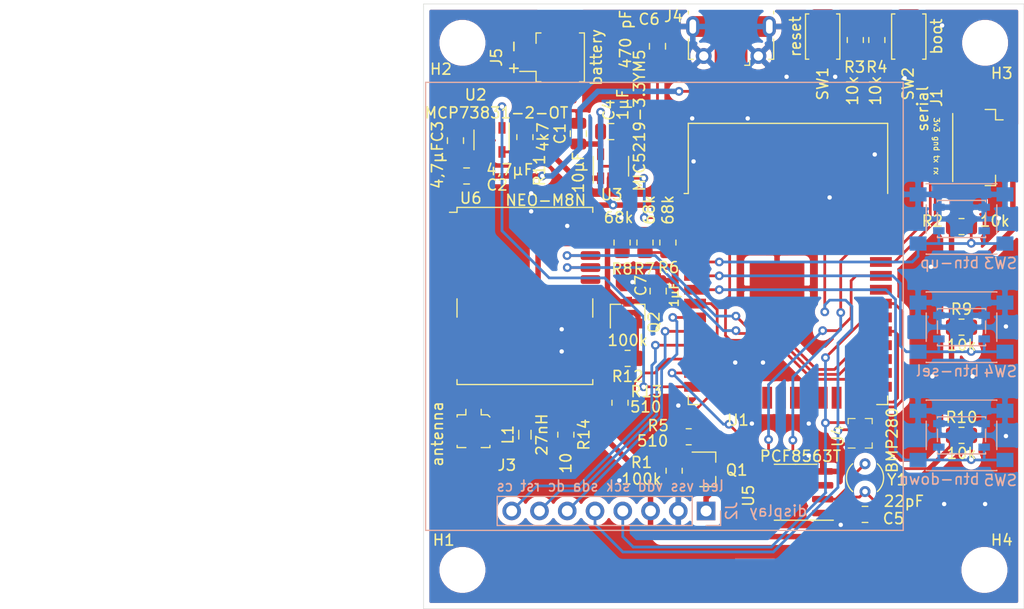
<source format=kicad_pcb>
(kicad_pcb (version 20171130) (host pcbnew "(5.1.9-0-10_14)")
  (layers (0 F.Cu signal) (31 B.Cu signal) (34 B.Paste user) (35 F.Paste user) (36 B.SilkS user) (37 F.SilkS user) (38 B.Mask user) (39 F.Mask user) (44 Edge.Cuts user))
  (net 0 "")
  (net 1 GND)
  (net 2 +3V3)
  (net 3 +BATT)
  (net 4 "Net-(C5-Pad1)")
  (net 5 /RX)
  (net 6 /TX)
  (net 7 /d-cs)
  (net 8 /d-rst)
  (net 9 /d-rs-dc)
  (net 10 /spi-mosi)
  (net 11 /spi-clk)
  (net 12 "Net-(J2-Pad1)")
  (net 13 "Net-(J3-Pad1)")
  (net 14 "Net-(L1-Pad1)")
  (net 15 "Net-(Q1-Pad1)")
  (net 16 hwpwr)
  (net 17 "Net-(Q2-Pad1)")
  (net 18 /b-up)
  (net 19 "Net-(R3-Pad2)")
  (net 20 "Net-(R4-Pad2)")
  (net 21 hwen)
  (net 22 /batt-chk)
  (net 23 "Net-(R7-Pad2)")
  (net 24 /b-sel)
  (net 25 /b-down)
  (net 26 "Net-(R11-Pad1)")
  (net 27 "Net-(R14-Pad1)")
  (net 28 i2c-scl)
  (net 29 i2c-sda)
  (net 30 "Net-(U1-Pad32)")
  (net 31 /spi-miso)
  (net 32 /bmp280-cs)
  (net 33 "Net-(U1-Pad26)")
  (net 34 "Net-(U1-Pad24)")
  (net 35 "Net-(U1-Pad23)")
  (net 36 "Net-(U1-Pad22)")
  (net 37 "Net-(U1-Pad21)")
  (net 38 "Net-(U1-Pad20)")
  (net 39 "Net-(U1-Pad19)")
  (net 40 "Net-(U1-Pad18)")
  (net 41 "Net-(U1-Pad17)")
  (net 42 "Net-(U1-Pad16)")
  (net 43 chg-ind)
  (net 44 clk-int)
  (net 45 "Net-(U5-Pad2)")
  (net 46 "Net-(U6-Pad19)")
  (net 47 "Net-(U6-Pad18)")
  (net 48 "Net-(U6-Pad17)")
  (net 49 "Net-(U6-Pad16)")
  (net 50 "Net-(U6-Pad15)")
  (net 51 "Net-(U6-Pad14)")
  (net 52 "Net-(U6-Pad8)")
  (net 53 "Net-(U6-Pad6)")
  (net 54 "Net-(U6-Pad5)")
  (net 55 "Net-(U6-Pad4)")
  (net 56 "Net-(U6-Pad3)")
  (net 57 "Net-(U6-Pad2)")
  (net 58 "Net-(U6-Pad1)")
  (net 59 /gps-rx)
  (net 60 /gps-tx)
  (net 61 /d-led)
  (net 62 /usb-5v)
  (net 63 "Net-(J4-Pad3)")
  (net 64 "Net-(J4-Pad4)")
  (net 65 "Net-(J4-Pad2)")
  (net 66 "Net-(C6-Pad1)")
  (module Button_Switch_SMD:SW_Push_SPST_NO_Alps_SKRK (layer F.Cu) (at 124.079 46.101 270)
    (fp_text reference SW2 (at 4.318 0.0635 90) (layer F.SilkS))
    (fp_text value boot (at 0 -2.54 90) (layer F.SilkS))
    (pad 1 smd roundrect (at -2.1 0 270) (size 0.8 2) (layers F.Cu F.Paste F.Mask) (net 1 GND))
    (pad 2 smd roundrect (at 2.1 0 270) (size 0.8 2) (layers F.Cu F.Paste F.Mask) (net 20 "Net-(R4-Pad2)"))
  )
  (module Button_Switch_SMD:SW_Push_SPST_NO_Alps_SKRK (layer F.Cu) (at 116.205 46.101 270)
    (fp_text reference SW1 (at 4.318 0 90) (layer F.SilkS))
    (fp_text value reset (at 0 2.5 90) (layer F.SilkS))
    (pad 1 smd roundrect (at -2.1 0 270) (size 0.8 2) (layers F.Cu F.Paste F.Mask) (net 1 GND))
    (pad 2 smd roundrect (at 2.1 0 270) (size 0.8 2) (layers F.Cu F.Paste F.Mask) (net 19 "Net-(R3-Pad2)"))
  )
  (module Connector_Molex:Molex_PicoBlade_53398-0471_1x04-1MP_P1.25mm_Vertical (layer F.Cu) (at 130.81 56.261 270)
    (fp_text reference J1 (at -4.572 4.191 90) (layer F.SilkS))
    (fp_text value serial (at -3.556 5.461 90) (layer F.SilkS))
    (pad 1 smd roundrect (at -1.875 -1.25 270) (size 0.8 1.3) (layers F.Cu F.Paste F.Mask) (net 2 +3V3))
    (pad 2 smd roundrect (at -0.625 -1.25 270) (size 0.8 1.3) (layers F.Cu F.Paste F.Mask) (net 1 GND))
    (pad 3 smd roundrect (at 0.625 -1.25 270) (size 0.8 1.3) (layers F.Cu F.Paste F.Mask) (net 6 /TX))
    (pad 4 smd roundrect (at 1.875 -1.25 270) (size 0.8 1.3) (layers F.Cu F.Paste F.Mask) (net 5 /RX))
    (pad MP smd roundrect (at -4.425 1.5 270) (size 2.1 3) (layers F.Cu F.Paste F.Mask) (roundrect_rratio 0.119047619047619) (net 1 GND))
    (pad MP smd roundrect (at 4.425 1.5 270) (size 2.1 3) (layers F.Cu F.Paste F.Mask) (roundrect_rratio 0.119047619047619) (net 1 GND))
  )
  (module Connector_Molex:Molex_PicoBlade_53261-0271_1x02-1MP_P1.25mm_Horizontal (layer F.Cu) (at 91.694 48.006 90)
    (fp_text reference J5 (at 0 -5.334 90) (layer F.SilkS))
    (fp_text value battery (at 0 3.8 90) (layer F.SilkS))
    (pad MP smd roundrect (at 3.175 0.5 90) (size 2.1 3) (layers F.Cu F.Paste F.Mask) (roundrect_rratio 0.119047619047619) (net 1 GND))
    (pad MP smd roundrect (at -3.175 0.5 90) (size 2.1 3) (layers F.Cu F.Paste F.Mask) (roundrect_rratio 0.119047619047619) (net 1 GND))
    (pad 2 smd roundrect (at 0.625 -2.4 90) (size 0.8 1.6) (layers F.Cu F.Paste F.Mask) (net 1 GND))
    (pad 1 smd roundrect (at -0.625 -2.4 90) (size 0.8 1.6) (layers F.Cu F.Paste F.Mask) (net 3 +BATT))
  )
  (module Button_Switch_SMD:SW_Push_1P1T_NO_6x6mm_H9.5mm (layer B.Cu) (at 128.905 82.6135 180)
    (fp_text reference SW8 hide)
    (fp_text value btn-down2 hide)
    (pad 2 smd rect (at 3.975 -2.25 180) (size 1.55 1.3) (layers B.Cu B.Paste B.Mask) (net 25 /b-down))
    (pad 1 smd rect (at 3.975 2.25 180) (size 1.55 1.3) (layers B.Cu B.Paste B.Mask) (net 1 GND))
    (pad 1 smd rect (at -3.975 2.25 180) (size 1.55 1.3) (layers B.Cu B.Paste B.Mask) (net 1 GND))
    (pad 2 smd rect (at -3.975 -2.25 180) (size 1.55 1.3) (layers B.Cu B.Paste B.Mask) (net 25 /b-down))
  )
  (module Button_Switch_SMD:SW_Push_1P1T_NO_6x6mm_H9.5mm (layer B.Cu) (at 128.905 72.7075 180)
    (fp_text reference SW7 hide)
    (fp_text value btn-sel2 hide)
    (pad 2 smd rect (at 3.975 -2.25 180) (size 1.55 1.3) (layers B.Cu B.Paste B.Mask) (net 24 /b-sel))
    (pad 1 smd rect (at 3.975 2.25 180) (size 1.55 1.3) (layers B.Cu B.Paste B.Mask) (net 1 GND))
    (pad 1 smd rect (at -3.975 2.25 180) (size 1.55 1.3) (layers B.Cu B.Paste B.Mask) (net 1 GND))
    (pad 2 smd rect (at -3.975 -2.25 180) (size 1.55 1.3) (layers B.Cu B.Paste B.Mask) (net 24 /b-sel))
  )
  (module Button_Switch_SMD:SW_Push_1P1T_NO_6x6mm_H9.5mm (layer B.Cu) (at 128.905 62.8015 180)
    (fp_text reference SW6 hide)
    (fp_text value btn-up2 hide)
    (pad 2 smd rect (at 3.975 -2.25 180) (size 1.55 1.3) (layers B.Cu B.Paste B.Mask) (net 18 /b-up))
    (pad 1 smd rect (at 3.975 2.25 180) (size 1.55 1.3) (layers B.Cu B.Paste B.Mask) (net 1 GND))
    (pad 1 smd rect (at -3.975 2.25 180) (size 1.55 1.3) (layers B.Cu B.Paste B.Mask) (net 1 GND))
    (pad 2 smd rect (at -3.975 -2.25 180) (size 1.55 1.3) (layers B.Cu B.Paste B.Mask) (net 18 /b-up))
  )
  (module Resistor_SMD:R_0805_2012Metric (layer F.Cu) (at 128.905 63.5)
    (fp_text reference R2 (at -2.667 -0.508) (layer F.SilkS))
    (fp_text value 10k (at 3.048 -0.508) (layer F.SilkS))
    (pad 2 smd roundrect (at 0.9125 0) (size 1.025 1.4) (layers F.Cu F.Paste F.Mask) (roundrect_rratio 0.2439014634146341) (net 18 /b-up))
    (pad 1 smd roundrect (at -0.9125 0) (size 1.025 1.4) (layers F.Cu F.Paste F.Mask) (roundrect_rratio 0.2439014634146341) (net 2 +3V3))
  )
  (module Button_Switch_SMD:SW_SPST_PTS810 (layer B.Cu) (at 128.905 82.6135 180)
    (fp_text reference SW5 (at -3.556 -4.1275) (layer B.SilkS) (effects (justify mirror)))
    (fp_text value btn-down (at 2.032 -4.0005) (layer B.SilkS) (effects (justify mirror)))
    (pad 2 smd rect (at 2.075 -1.075 180) (size 1.05 0.65) (layers B.Cu B.Paste B.Mask) (net 25 /b-down))
    (pad 2 smd rect (at -2.075 -1.075 180) (size 1.05 0.65) (layers B.Cu B.Paste B.Mask) (net 25 /b-down))
    (pad 1 smd rect (at 2.075 1.075 180) (size 1.05 0.65) (layers B.Cu B.Paste B.Mask) (net 1 GND))
    (pad 1 smd rect (at -2.075 1.075 180) (size 1.05 0.65) (layers B.Cu B.Paste B.Mask) (net 1 GND))
  )
  (module Button_Switch_SMD:SW_SPST_PTS810 (layer B.Cu) (at 128.905 72.7075 180)
    (fp_text reference SW4 (at -3.556 -4.064) (layer B.SilkS) (effects (justify mirror)))
    (fp_text value btn-sel (at 1.27 -4.0005) (layer B.SilkS) (effects (justify mirror)))
    (pad 2 smd rect (at 2.075 -1.075 180) (size 1.05 0.65) (layers B.Cu B.Paste B.Mask) (net 24 /b-sel))
    (pad 2 smd rect (at -2.075 -1.075 180) (size 1.05 0.65) (layers B.Cu B.Paste B.Mask) (net 24 /b-sel))
    (pad 1 smd rect (at 2.075 1.075 180) (size 1.05 0.65) (layers B.Cu B.Paste B.Mask) (net 1 GND))
    (pad 1 smd rect (at -2.075 1.075 180) (size 1.05 0.65) (layers B.Cu B.Paste B.Mask) (net 1 GND))
  )
  (module Button_Switch_SMD:SW_SPST_PTS810 (layer B.Cu) (at 128.905 62.8015 180)
    (fp_text reference SW3 (at -3.556 -4.064) (layer B.SilkS) (effects (justify mirror)))
    (fp_text value btn-up (at 1.0795 -4.0005) (layer B.SilkS) (effects (justify mirror)))
    (pad 2 smd rect (at 2.075 -1.075 180) (size 1.05 0.65) (layers B.Cu B.Paste B.Mask) (net 18 /b-up))
    (pad 2 smd rect (at -2.075 -1.075 180) (size 1.05 0.65) (layers B.Cu B.Paste B.Mask) (net 18 /b-up))
    (pad 1 smd rect (at 2.075 1.075 180) (size 1.05 0.65) (layers B.Cu B.Paste B.Mask) (net 1 GND))
    (pad 1 smd rect (at -2.075 1.075 180) (size 1.05 0.65) (layers B.Cu B.Paste B.Mask) (net 1 GND))
  )
  (module Capacitor_SMD:C_0805_2012Metric (layer F.Cu) (at 101.1555 69.4055 90)
    (fp_text reference C7 (at 0.508 -1.5875 90) (layer F.SilkS))
    (fp_text value 1μF (at -0.3175 1.4605 90) (layer F.SilkS) (effects (font (size 0.8 0.8))))
    (pad 2 smd roundrect (at 0.95 0 90) (size 1 1.45) (layers F.Cu F.Paste F.Mask) (net 1 GND))
    (pad 1 smd roundrect (at -0.95 0 90) (size 1 1.45) (layers F.Cu F.Paste F.Mask) (net 16 hwpwr))
  )
  (module Capacitor_SMD:C_0805_2012Metric (layer F.Cu) (at 101.092 46.99 90)
    (fp_text reference C6 (at 2.4765 -0.762 180) (layer F.SilkS))
    (fp_text value "470 pF" (at 0.635 -2.921 270) (layer F.SilkS))
    (pad 2 smd roundrect (at 0.95 0 90) (size 1 1.45) (layers F.Cu F.Paste F.Mask) (net 1 GND))
    (pad 1 smd roundrect (at -0.95 0 90) (size 1 1.45) (layers F.Cu F.Paste F.Mask) (net 66 "Net-(C6-Pad1)"))
  )
  (module Connector_USB:USB_Micro-B_Molex-105017-0001 (layer F.Cu) (at 107.823 46.4185 180)
    (fp_text reference J4 (at 5.2705 2.159) (layer F.SilkS))
    (fp_text value USB_B_Micro hide)
    (pad 6 smd rect (at -2.9 1.2375 180) (size 1.2 1.9) (layers F.Cu F.Mask) (net 1 GND))
    (pad 6 smd rect (at 2.9 1.2375 180) (size 1.2 1.9) (layers F.Cu F.Mask) (net 1 GND))
    (pad 6 thru_hole oval (at 3.5 1.2375 180) (size 1.2 1.9) (drill oval 0.6 1.3) (layers *.Cu *.Mask) (net 1 GND))
    (pad 6 thru_hole oval (at -3.5 1.2375) (size 1.2 1.9) (drill oval 0.6 1.3) (layers *.Cu *.Mask) (net 1 GND))
    (pad 6 smd rect (at -1 1.2375 180) (size 1.5 1.9) (layers F.Cu F.Paste F.Mask) (net 1 GND))
    (pad 6 thru_hole circle (at 2.5 -1.4625 180) (size 1.45 1.45) (drill 0.85) (layers *.Cu *.Mask) (net 1 GND))
    (pad 3 smd rect (at 0 -1.4625 180) (size 0.4 1.35) (layers F.Cu F.Paste F.Mask) (net 63 "Net-(J4-Pad3)"))
    (pad 4 smd rect (at 0.65 -1.4625 180) (size 0.4 1.35) (layers F.Cu F.Paste F.Mask) (net 64 "Net-(J4-Pad4)"))
    (pad 5 smd rect (at 1.3 -1.4625 180) (size 0.4 1.35) (layers F.Cu F.Paste F.Mask) (net 1 GND))
    (pad 1 smd rect (at -1.3 -1.4625 180) (size 0.4 1.35) (layers F.Cu F.Paste F.Mask) (net 62 /usb-5v))
    (pad 2 smd rect (at -0.65 -1.4625 180) (size 0.4 1.35) (layers F.Cu F.Paste F.Mask) (net 65 "Net-(J4-Pad2)"))
    (pad 6 thru_hole circle (at -2.5 -1.4625 180) (size 1.45 1.45) (drill 0.85) (layers *.Cu *.Mask) (net 1 GND))
    (pad 6 smd rect (at 1 1.2375 180) (size 1.5 1.9) (layers F.Cu F.Paste F.Mask) (net 1 GND))
  )
  (module Crystal:Crystal_AT310_D3.0mm_L10.0mm_Vertical (layer F.Cu) (at 120.0785 87.757 90)
    (fp_text reference Y1 (at 1.0795 2.921 180) (layer F.SilkS))
    (fp_text value 32768 hide)
    (pad 2 thru_hole circle (at 2.54 0 90) (size 1 1) (drill 0.5) (layers *.Cu *.Mask) (net 45 "Net-(U5-Pad2)"))
    (pad 1 thru_hole circle (at 0 0 90) (size 1 1) (drill 0.5) (layers *.Cu *.Mask) (net 4 "Net-(C5-Pad1)"))
  )
  (module RF_GPS:ublox_NEO (layer F.Cu) (at 88.9635 69.85)
    (fp_text reference U6 (at -4.953 -8.9535) (layer F.SilkS))
    (fp_text value NEO-M8N (at 1.905 -8.763) (layer F.SilkS))
    (pad 24 smd roundrect (at 6 -7) (size 1.8 0.8) (layers F.Cu F.Paste F.Mask) (net 1 GND))
    (pad 23 smd roundrect (at 6 -5.9) (size 1.8 0.8) (layers F.Cu F.Paste F.Mask) (net 16 hwpwr))
    (pad 22 smd roundrect (at 6 -4.8) (size 1.8 0.8) (layers F.Cu F.Paste F.Mask) (net 2 +3V3))
    (pad 21 smd roundrect (at 6 -3.7) (size 1.8 0.8) (layers F.Cu F.Paste F.Mask) (net 59 /gps-rx))
    (pad 20 smd roundrect (at 6 -2.6) (size 1.8 0.8) (layers F.Cu F.Paste F.Mask) (net 60 /gps-tx))
    (pad 19 smd roundrect (at 6 -1.5) (size 1.8 0.8) (layers F.Cu F.Paste F.Mask) (net 46 "Net-(U6-Pad19)"))
    (pad 18 smd roundrect (at 6 -0.4) (size 1.8 0.8) (layers F.Cu F.Paste F.Mask) (net 47 "Net-(U6-Pad18)"))
    (pad 17 smd roundrect (at 6 2.6) (size 1.8 0.8) (layers F.Cu F.Paste F.Mask) (net 48 "Net-(U6-Pad17)"))
    (pad 16 smd roundrect (at 6 3.7) (size 1.8 0.8) (layers F.Cu F.Paste F.Mask) (net 49 "Net-(U6-Pad16)"))
    (pad 15 smd roundrect (at 6 4.8) (size 1.8 0.8) (layers F.Cu F.Paste F.Mask) (net 50 "Net-(U6-Pad15)"))
    (pad 14 smd roundrect (at 6 5.9) (size 1.8 0.8) (layers F.Cu F.Paste F.Mask) (net 51 "Net-(U6-Pad14)"))
    (pad 13 smd roundrect (at 6 7) (size 1.8 0.8) (layers F.Cu F.Paste F.Mask) (net 1 GND))
    (pad 12 smd roundrect (at -6 7) (size 1.8 0.8) (layers F.Cu F.Paste F.Mask) (net 1 GND))
    (pad 11 smd roundrect (at -6 5.9) (size 1.8 0.8) (layers F.Cu F.Paste F.Mask) (net 13 "Net-(J3-Pad1)"))
    (pad 10 smd roundrect (at -6 4.8) (size 1.8 0.8) (layers F.Cu F.Paste F.Mask) (net 1 GND))
    (pad 9 smd roundrect (at -6 3.7) (size 1.8 0.8) (layers F.Cu F.Paste F.Mask) (net 27 "Net-(R14-Pad1)"))
    (pad 8 smd roundrect (at -6 2.6) (size 1.8 0.8) (layers F.Cu F.Paste F.Mask) (net 52 "Net-(U6-Pad8)"))
    (pad 7 smd roundrect (at -6 -0.4) (size 1.8 0.8) (layers F.Cu F.Paste F.Mask) (net 1 GND))
    (pad 6 smd roundrect (at -6 -1.5) (size 1.8 0.8) (layers F.Cu F.Paste F.Mask) (net 53 "Net-(U6-Pad6)"))
    (pad 5 smd roundrect (at -6 -2.6) (size 1.8 0.8) (layers F.Cu F.Paste F.Mask) (net 54 "Net-(U6-Pad5)"))
    (pad 4 smd roundrect (at -6 -3.7) (size 1.8 0.8) (layers F.Cu F.Paste F.Mask) (net 55 "Net-(U6-Pad4)"))
    (pad 3 smd roundrect (at -6 -4.8) (size 1.8 0.8) (layers F.Cu F.Paste F.Mask) (net 56 "Net-(U6-Pad3)"))
    (pad 2 smd roundrect (at -6 -5.9) (size 1.8 0.8) (layers F.Cu F.Paste F.Mask) (net 57 "Net-(U6-Pad2)"))
    (pad 1 smd roundrect (at -6 -7) (size 1.8 0.8) (layers F.Cu F.Paste F.Mask) (net 58 "Net-(U6-Pad1)"))
  )
  (module Package_SO:SOIC-8_3.9x4.9mm_P1.27mm (layer F.Cu) (at 113.7285 87.8205 180)
    (fp_text reference U5 (at 4.318 -0.3175 90) (layer F.SilkS))
    (fp_text value PCF8563T (at -0.4445 3.302 180) (layer F.SilkS))
    (pad 8 smd roundrect (at 2.475 -1.905 180) (size 1.95 0.6) (layers F.Cu F.Paste F.Mask) (net 2 +3V3))
    (pad 7 smd roundrect (at 2.475 -0.635 180) (size 1.95 0.6) (layers F.Cu F.Paste F.Mask) (net 44 clk-int))
    (pad 6 smd roundrect (at 2.475 0.635 180) (size 1.95 0.6) (layers F.Cu F.Paste F.Mask) (net 28 i2c-scl))
    (pad 5 smd roundrect (at 2.475 1.905 180) (size 1.95 0.6) (layers F.Cu F.Paste F.Mask) (net 29 i2c-sda))
    (pad 4 smd roundrect (at -2.475 1.905 180) (size 1.95 0.6) (layers F.Cu F.Paste F.Mask) (net 1 GND))
    (pad 3 smd roundrect (at -2.475 0.635 180) (size 1.95 0.6) (layers F.Cu F.Paste F.Mask) (net 44 clk-int))
    (pad 2 smd roundrect (at -2.475 -0.635 180) (size 1.95 0.6) (layers F.Cu F.Paste F.Mask) (net 45 "Net-(U5-Pad2)"))
    (pad 1 smd roundrect (at -2.475 -1.905 180) (size 1.95 0.6) (layers F.Cu F.Paste F.Mask) (net 4 "Net-(C5-Pad1)"))
  )
  (module Package_LGA:Bosch_LGA-8_2x2.5mm_P0.65mm_ClockwisePinNumbering (layer F.Cu) (at 119.634 82.423 90)
    (fp_text reference U4 (at -0.254 -2.032 90) (layer F.SilkS))
    (fp_text value BMP280 (at -0.635 2.921 90) (layer F.SilkS))
    (pad 8 smd rect (at -0.975 0.8 180) (size 0.5 0.35) (layers F.Cu F.Paste F.Mask) (net 2 +3V3))
    (pad 2 smd rect (at -0.325 -0.8 180) (size 0.5 0.35) (layers F.Cu F.Paste F.Mask) (net 32 /bmp280-cs))
    (pad 3 smd rect (at 0.325 -0.8 180) (size 0.5 0.35) (layers F.Cu F.Paste F.Mask) (net 10 /spi-mosi))
    (pad 4 smd rect (at 0.975 -0.8 180) (size 0.5 0.35) (layers F.Cu F.Paste F.Mask) (net 11 /spi-clk))
    (pad 7 smd rect (at -0.325 0.8 180) (size 0.5 0.35) (layers F.Cu F.Paste F.Mask) (net 1 GND))
    (pad 6 smd rect (at 0.325 0.8 180) (size 0.5 0.35) (layers F.Cu F.Paste F.Mask) (net 2 +3V3))
    (pad 5 smd rect (at 0.975 0.8 180) (size 0.5 0.35) (layers F.Cu F.Paste F.Mask) (net 31 /spi-miso))
    (pad 1 smd rect (at -0.975 -0.8 180) (size 0.5 0.35) (layers F.Cu F.Paste F.Mask) (net 1 GND))
  )
  (module Package_TO_SOT_SMD:SOT-23-5 (layer F.Cu) (at 96.8375 57.9755 90)
    (fp_text reference U3 (at -2.6035 0.0635 180) (layer F.SilkS))
    (fp_text value MIC5219-3.3YM5 (at 4.191 2.6035 90) (layer F.SilkS))
    (pad 5 smd rect (at 1.1 -0.95 90) (size 1.06 0.65) (layers F.Cu F.Paste F.Mask) (net 2 +3V3))
    (pad 4 smd rect (at 1.1 0.95 90) (size 1.06 0.65) (layers F.Cu F.Paste F.Mask) (net 66 "Net-(C6-Pad1)"))
    (pad 3 smd rect (at -1.1 0.95 90) (size 1.06 0.65) (layers F.Cu F.Paste F.Mask) (net 3 +BATT))
    (pad 2 smd rect (at -1.1 0 90) (size 1.06 0.65) (layers F.Cu F.Paste F.Mask) (net 1 GND))
    (pad 1 smd rect (at -1.1 -0.95 90) (size 1.06 0.65) (layers F.Cu F.Paste F.Mask) (net 3 +BATT))
  )
  (module Package_TO_SOT_SMD:SOT-23-5 (layer F.Cu) (at 85.9155 55.5625 270)
    (fp_text reference U2 (at -4.1275 1.4605 180) (layer F.SilkS))
    (fp_text value MCP73831-2-OT (at -2.4765 -0.4445 180) (layer F.SilkS))
    (pad 5 smd rect (at 1.1 -0.95 270) (size 1.06 0.65) (layers F.Cu F.Paste F.Mask) (net 26 "Net-(R11-Pad1)"))
    (pad 4 smd rect (at 1.1 0.95 270) (size 1.06 0.65) (layers F.Cu F.Paste F.Mask) (net 62 /usb-5v))
    (pad 3 smd rect (at -1.1 0.95 270) (size 1.06 0.65) (layers F.Cu F.Paste F.Mask) (net 3 +BATT))
    (pad 2 smd rect (at -1.1 0 270) (size 1.06 0.65) (layers F.Cu F.Paste F.Mask) (net 1 GND))
    (pad 1 smd rect (at -1.1 -0.95 270) (size 1.06 0.65) (layers F.Cu F.Paste F.Mask) (net 43 chg-ind))
  )
  (module RF_Module:ESP32-WROOM-32 (layer F.Cu) (at 113.03 69.9135)
    (fp_text reference U1 (at -4.572 11.303 180) (layer F.SilkS))
    (fp_text value ESP32-WROOM-32)
    (pad 38 smd rect (at 8.5 -8.255) (size 2 0.9) (layers F.Cu F.Paste F.Mask) (net 1 GND))
    (pad 37 smd rect (at 8.5 -6.985) (size 2 0.9) (layers F.Cu F.Paste F.Mask) (net 10 /spi-mosi))
    (pad 36 smd rect (at 8.5 -5.715) (size 2 0.9) (layers F.Cu F.Paste F.Mask) (net 28 i2c-scl))
    (pad 35 smd rect (at 8.5 -4.445) (size 2 0.9) (layers F.Cu F.Paste F.Mask) (net 6 /TX))
    (pad 34 smd rect (at 8.5 -3.175) (size 2 0.9) (layers F.Cu F.Paste F.Mask) (net 5 /RX))
    (pad 33 smd rect (at 8.5 -1.905) (size 2 0.9) (layers F.Cu F.Paste F.Mask) (net 29 i2c-sda))
    (pad 32 smd rect (at 8.5 -0.635) (size 2 0.9) (layers F.Cu F.Paste F.Mask) (net 30 "Net-(U1-Pad32)"))
    (pad 31 smd rect (at 8.5 0.635) (size 2 0.9) (layers F.Cu F.Paste F.Mask) (net 31 /spi-miso))
    (pad 30 smd rect (at 8.5 1.905) (size 2 0.9) (layers F.Cu F.Paste F.Mask) (net 11 /spi-clk))
    (pad 29 smd rect (at 8.5 3.175) (size 2 0.9) (layers F.Cu F.Paste F.Mask) (net 32 /bmp280-cs))
    (pad 28 smd rect (at 8.5 4.445) (size 2 0.9) (layers F.Cu F.Paste F.Mask) (net 59 /gps-rx))
    (pad 27 smd rect (at 8.5 5.715) (size 2 0.9) (layers F.Cu F.Paste F.Mask) (net 60 /gps-tx))
    (pad 26 smd rect (at 8.5 6.985) (size 2 0.9) (layers F.Cu F.Paste F.Mask) (net 33 "Net-(U1-Pad26)"))
    (pad 25 smd rect (at 8.5 8.255) (size 2 0.9) (layers F.Cu F.Paste F.Mask) (net 20 "Net-(R4-Pad2)"))
    (pad 24 smd rect (at 5.715 9.255 90) (size 2 0.9) (layers F.Cu F.Paste F.Mask) (net 34 "Net-(U1-Pad24)"))
    (pad 23 smd rect (at 4.445 9.255 90) (size 2 0.9) (layers F.Cu F.Paste F.Mask) (net 35 "Net-(U1-Pad23)"))
    (pad 22 smd rect (at 3.175 9.255 90) (size 2 0.9) (layers F.Cu F.Paste F.Mask) (net 36 "Net-(U1-Pad22)"))
    (pad 21 smd rect (at 1.905 9.255 90) (size 2 0.9) (layers F.Cu F.Paste F.Mask) (net 37 "Net-(U1-Pad21)"))
    (pad 20 smd rect (at 0.635 9.255 90) (size 2 0.9) (layers F.Cu F.Paste F.Mask) (net 38 "Net-(U1-Pad20)"))
    (pad 19 smd rect (at -0.635 9.255 90) (size 2 0.9) (layers F.Cu F.Paste F.Mask) (net 39 "Net-(U1-Pad19)"))
    (pad 18 smd rect (at -1.905 9.255 90) (size 2 0.9) (layers F.Cu F.Paste F.Mask) (net 40 "Net-(U1-Pad18)"))
    (pad 17 smd rect (at -3.175 9.255 90) (size 2 0.9) (layers F.Cu F.Paste F.Mask) (net 41 "Net-(U1-Pad17)"))
    (pad 16 smd rect (at -4.445 9.255 90) (size 2 0.9) (layers F.Cu F.Paste F.Mask) (net 42 "Net-(U1-Pad16)"))
    (pad 15 smd rect (at -5.715 9.255 90) (size 2 0.9) (layers F.Cu F.Paste F.Mask) (net 1 GND))
    (pad 14 smd rect (at -8.5 8.255) (size 2 0.9) (layers F.Cu F.Paste F.Mask) (net 43 chg-ind))
    (pad 13 smd rect (at -8.5 6.985) (size 2 0.9) (layers F.Cu F.Paste F.Mask) (net 44 clk-int))
    (pad 12 smd rect (at -8.5 5.715) (size 2 0.9) (layers F.Cu F.Paste F.Mask) (net 21 hwen))
    (pad 11 smd rect (at -8.5 4.445) (size 2 0.9) (layers F.Cu F.Paste F.Mask) (net 7 /d-cs))
    (pad 10 smd rect (at -8.5 3.175) (size 2 0.9) (layers F.Cu F.Paste F.Mask) (net 8 /d-rst))
    (pad 9 smd rect (at -8.5 1.905) (size 2 0.9) (layers F.Cu F.Paste F.Mask) (net 9 /d-rs-dc))
    (pad 8 smd rect (at -8.5 0.635) (size 2 0.9) (layers F.Cu F.Paste F.Mask) (net 61 /d-led))
    (pad 7 smd rect (at -8.5 -0.635) (size 2 0.9) (layers F.Cu F.Paste F.Mask) (net 25 /b-down))
    (pad 6 smd rect (at -8.5 -1.905) (size 2 0.9) (layers F.Cu F.Paste F.Mask) (net 24 /b-sel))
    (pad 5 smd rect (at -8.5 -3.175) (size 2 0.9) (layers F.Cu F.Paste F.Mask) (net 18 /b-up))
    (pad 4 smd rect (at -8.5 -4.445) (size 2 0.9) (layers F.Cu F.Paste F.Mask) (net 22 /batt-chk))
    (pad 3 smd rect (at -8.5 -5.715) (size 2 0.9) (layers F.Cu F.Paste F.Mask) (net 19 "Net-(R3-Pad2)"))
    (pad 2 smd rect (at -8.5 -6.985) (size 2 0.9) (layers F.Cu F.Paste F.Mask) (net 2 +3V3))
    (pad 1 smd rect (at -8.5 -8.255) (size 2 0.9) (layers F.Cu F.Paste F.Mask) (net 1 GND))
    (pad 39 smd rect (at -1 -0.755) (size 5 5) (layers F.Cu F.Paste F.Mask) (net 1 GND))
  )
  (module Resistor_SMD:R_0805_2012Metric (layer F.Cu) (at 92.71 82.55 270)
    (fp_text reference R14 (at 0 -1.65 90) (layer F.SilkS))
    (fp_text value 10 (at 2.6035 0 90) (layer F.SilkS))
    (pad 2 smd roundrect (at 0.9125 0 270) (size 1.025 1.4) (layers F.Cu F.Paste F.Mask) (roundrect_rratio 0.2439014634146341) (net 14 "Net-(L1-Pad1)"))
    (pad 1 smd roundrect (at -0.9125 0 270) (size 1.025 1.4) (layers F.Cu F.Paste F.Mask) (roundrect_rratio 0.2439014634146341) (net 27 "Net-(R14-Pad1)"))
  )
  (module Resistor_SMD:R_0805_2012Metric (layer F.Cu) (at 97.663 79.629 90)
    (fp_text reference R13 (at 1.016 2.413 180) (layer F.SilkS))
    (fp_text value 510 (at -0.381 2.3495 180) (layer F.SilkS))
    (pad 2 smd roundrect (at 0.9125 0 90) (size 1.025 1.4) (layers F.Cu F.Paste F.Mask) (roundrect_rratio 0.2439014634146341) (net 17 "Net-(Q2-Pad1)"))
    (pad 1 smd roundrect (at -0.9125 0 90) (size 1.025 1.4) (layers F.Cu F.Paste F.Mask) (roundrect_rratio 0.2439014634146341) (net 21 hwen))
  )
  (module Resistor_SMD:R_0805_2012Metric (layer F.Cu) (at 98.3615 75.565 180)
    (fp_text reference R12 (at 0 -1.65) (layer F.SilkS))
    (fp_text value 100k (at 0 1.65) (layer F.SilkS))
    (pad 2 smd roundrect (at 0.9125 0 180) (size 1.025 1.4) (layers F.Cu F.Paste F.Mask) (roundrect_rratio 0.2439014634146341) (net 17 "Net-(Q2-Pad1)"))
    (pad 1 smd roundrect (at -0.9125 0 180) (size 1.025 1.4) (layers F.Cu F.Paste F.Mask) (roundrect_rratio 0.2439014634146341) (net 2 +3V3))
  )
  (module Resistor_SMD:R_0805_2012Metric (layer F.Cu) (at 88.9635 55.3085 90)
    (fp_text reference R11 (at -3.048 1.3335 90) (layer F.SilkS))
    (fp_text value 4k7 (at 0 1.65 90) (layer F.SilkS))
    (pad 2 smd roundrect (at 0.9125 0 90) (size 1.025 1.4) (layers F.Cu F.Paste F.Mask) (roundrect_rratio 0.2439014634146341) (net 1 GND))
    (pad 1 smd roundrect (at -0.9125 0 90) (size 1.025 1.4) (layers F.Cu F.Paste F.Mask) (roundrect_rratio 0.2439014634146341) (net 26 "Net-(R11-Pad1)"))
  )
  (module Resistor_SMD:R_0805_2012Metric (layer F.Cu) (at 128.905 82.6135)
    (fp_text reference R10 (at 0 -1.65) (layer F.SilkS))
    (fp_text value 10k (at 0 1.65) (layer F.SilkS))
    (pad 2 smd roundrect (at 0.9125 0) (size 1.025 1.4) (layers F.Cu F.Paste F.Mask) (roundrect_rratio 0.2439014634146341) (net 25 /b-down))
    (pad 1 smd roundrect (at -0.9125 0) (size 1.025 1.4) (layers F.Cu F.Paste F.Mask) (roundrect_rratio 0.2439014634146341) (net 2 +3V3))
  )
  (module Resistor_SMD:R_0805_2012Metric (layer F.Cu) (at 128.905 72.7075)
    (fp_text reference R9 (at 0 -1.65) (layer F.SilkS))
    (fp_text value 10k (at 0 1.65) (layer F.SilkS))
    (pad 2 smd roundrect (at 0.9125 0) (size 1.025 1.4) (layers F.Cu F.Paste F.Mask) (roundrect_rratio 0.2439014634146341) (net 24 /b-sel))
    (pad 1 smd roundrect (at -0.9125 0) (size 1.025 1.4) (layers F.Cu F.Paste F.Mask) (roundrect_rratio 0.2439014634146341) (net 2 +3V3))
  )
  (module Resistor_SMD:R_0805_2012Metric (layer F.Cu) (at 97.8535 64.9605 90)
    (fp_text reference R8 (at -2.413 0 180) (layer F.SilkS))
    (fp_text value 68k (at 2.286 -0.3175 180) (layer F.SilkS))
    (pad 2 smd roundrect (at 0.9125 0 90) (size 1.025 1.4) (layers F.Cu F.Paste F.Mask) (roundrect_rratio 0.2439014634146341) (net 1 GND))
    (pad 1 smd roundrect (at -0.9125 0 90) (size 1.025 1.4) (layers F.Cu F.Paste F.Mask) (roundrect_rratio 0.2439014634146341) (net 23 "Net-(R7-Pad2)"))
  )
  (module Resistor_SMD:R_0805_2012Metric (layer F.Cu) (at 99.949 64.9605 90)
    (fp_text reference R7 (at -2.413 -0.0635 180) (layer F.SilkS))
    (fp_text value 68k (at 2.9845 0.381 90) (layer F.SilkS))
    (pad 2 smd roundrect (at 0.9125 0 90) (size 1.025 1.4) (layers F.Cu F.Paste F.Mask) (roundrect_rratio 0.2439014634146341) (net 23 "Net-(R7-Pad2)"))
    (pad 1 smd roundrect (at -0.9125 0 90) (size 1.025 1.4) (layers F.Cu F.Paste F.Mask) (roundrect_rratio 0.2439014634146341) (net 22 /batt-chk))
  )
  (module Resistor_SMD:R_0805_2012Metric (layer F.Cu) (at 102.0445 64.9605 270)
    (fp_text reference R6 (at 2.286 -0.0635 180) (layer F.SilkS))
    (fp_text value 68k (at -2.9845 0 90) (layer F.SilkS))
    (pad 2 smd roundrect (at 0.9125 0 270) (size 1.025 1.4) (layers F.Cu F.Paste F.Mask) (roundrect_rratio 0.2439014634146341) (net 22 /batt-chk))
    (pad 1 smd roundrect (at -0.9125 0 270) (size 1.025 1.4) (layers F.Cu F.Paste F.Mask) (roundrect_rratio 0.2439014634146341) (net 3 +BATT))
  )
  (module Resistor_SMD:R_0805_2012Metric (layer F.Cu) (at 103.9495 82.7405)
    (fp_text reference R5 (at -2.794 -1.016) (layer F.SilkS))
    (fp_text value 510 (at -3.302 0.381) (layer F.SilkS))
    (pad 2 smd roundrect (at 0.9125 0) (size 1.025 1.4) (layers F.Cu F.Paste F.Mask) (roundrect_rratio 0.2439014634146341) (net 15 "Net-(Q1-Pad1)"))
    (pad 1 smd roundrect (at -0.9125 0) (size 1.025 1.4) (layers F.Cu F.Paste F.Mask) (roundrect_rratio 0.2439014634146341) (net 61 /d-led))
  )
  (module Resistor_SMD:R_0805_2012Metric (layer F.Cu) (at 121.158 46.4185 270)
    (fp_text reference R4 (at 2.4765 0 180) (layer F.SilkS))
    (fp_text value 10k (at 4.6355 0.127 90) (layer F.SilkS))
    (pad 2 smd roundrect (at 0.9125 0 270) (size 1.025 1.4) (layers F.Cu F.Paste F.Mask) (roundrect_rratio 0.2439014634146341) (net 20 "Net-(R4-Pad2)"))
    (pad 1 smd roundrect (at -0.9125 0 270) (size 1.025 1.4) (layers F.Cu F.Paste F.Mask) (roundrect_rratio 0.2439014634146341) (net 2 +3V3))
  )
  (module Resistor_SMD:R_0805_2012Metric (layer F.Cu) (at 119.1895 46.4185 270)
    (fp_text reference R3 (at 2.4765 0.0635 180) (layer F.SilkS))
    (fp_text value 10k (at 4.6355 0.254 90) (layer F.SilkS))
    (pad 2 smd roundrect (at 0.9125 0 270) (size 1.025 1.4) (layers F.Cu F.Paste F.Mask) (roundrect_rratio 0.2439014634146341) (net 19 "Net-(R3-Pad2)"))
    (pad 1 smd roundrect (at -0.9125 0 270) (size 1.025 1.4) (layers F.Cu F.Paste F.Mask) (roundrect_rratio 0.2439014634146341) (net 2 +3V3))
  )
  (module Resistor_SMD:R_0805_2012Metric (layer F.Cu) (at 102.616 85.852 90)
    (fp_text reference R1 (at 0.762 -2.9845 180) (layer F.SilkS))
    (fp_text value 100k (at -0.762 -2.9845 180) (layer F.SilkS))
    (pad 2 smd roundrect (at 0.9125 0 90) (size 1.025 1.4) (layers F.Cu F.Paste F.Mask) (roundrect_rratio 0.2439014634146341) (net 15 "Net-(Q1-Pad1)"))
    (pad 1 smd roundrect (at -0.9125 0 90) (size 1.025 1.4) (layers F.Cu F.Paste F.Mask) (roundrect_rratio 0.2439014634146341) (net 2 +3V3))
  )
  (module Package_TO_SOT_SMD:SOT-23 (layer F.Cu) (at 98.3615 71.374 90)
    (fp_text reference Q2 (at -0.889 2.413 90) (layer F.SilkS))
    (fp_text value IRLML5203TRPBF hide)
    (pad 3 smd rect (at 1 0 90) (size 0.9 0.8) (layers F.Cu F.Paste F.Mask) (net 16 hwpwr))
    (pad 2 smd rect (at -1 0.95 90) (size 0.9 0.8) (layers F.Cu F.Paste F.Mask) (net 2 +3V3))
    (pad 1 smd rect (at -1 -0.95 90) (size 0.9 0.8) (layers F.Cu F.Paste F.Mask) (net 17 "Net-(Q2-Pad1)"))
  )
  (module Package_TO_SOT_SMD:SOT-23 (layer F.Cu) (at 105.664 85.725)
    (fp_text reference Q1 (at 2.667 0.0635) (layer F.SilkS))
    (fp_text value IRLML5203TRPBF hide)
    (pad 3 smd rect (at 1 0) (size 0.9 0.8) (layers F.Cu F.Paste F.Mask) (net 12 "Net-(J2-Pad1)"))
    (pad 2 smd rect (at -1 0.95) (size 0.9 0.8) (layers F.Cu F.Paste F.Mask) (net 2 +3V3))
    (pad 1 smd rect (at -1 -0.95) (size 0.9 0.8) (layers F.Cu F.Paste F.Mask) (net 15 "Net-(Q1-Pad1)"))
  )
  (module Inductor_SMD:L_0805_2012Metric (layer F.Cu) (at 88.9635 82.55 90)
    (fp_text reference L1 (at 0 -1.55 90) (layer F.SilkS))
    (fp_text value 27nH (at 0 1.55 90) (layer F.SilkS))
    (pad 2 smd roundrect (at 1.0625 0 90) (size 0.875 1.2) (layers F.Cu F.Paste F.Mask) (net 13 "Net-(J3-Pad1)"))
    (pad 1 smd roundrect (at -1.0625 0 90) (size 0.875 1.2) (layers F.Cu F.Paste F.Mask) (net 14 "Net-(L1-Pad1)"))
  )
  (module Connector_Coaxial:U.FL_Molex_MCRF_73412-0110_Vertical (layer F.Cu) (at 84.2645 82.2325 180)
    (fp_text reference J3 (at -3.048 -3.1115) (layer F.SilkS))
    (fp_text value antenna (at 3.302 -0.254 90) (layer F.SilkS))
    (pad 1 smd rect (at 0 1.5 180) (size 1 1) (layers F.Cu F.Paste F.Mask) (net 13 "Net-(J3-Pad1)"))
    (pad 2 smd rect (at 0 -1.5 180) (size 1 1) (layers F.Cu F.Paste F.Mask) (net 1 GND))
    (pad 2 smd rect (at 1.475 0 180) (size 1.05 2.2) (layers F.Cu F.Paste F.Mask) (net 1 GND))
    (pad 2 smd rect (at -1.475 0 180) (size 1.05 2.2) (layers F.Cu F.Paste F.Mask) (net 1 GND))
  )
  (module Connector_PinHeader_2.54mm:PinHeader_1x08_P2.54mm_Vertical (layer B.Cu) (at 105.537 89.535 90)
    (fp_text reference J2 (at 0 2.33 270) (layer B.SilkS) (effects (justify mirror)))
    (fp_text value display (at 0 6.604 180) (layer B.SilkS) (effects (justify mirror)))
    (pad 8 thru_hole oval (at 0 -17.78 90) (size 1.7 1.7) (drill 1) (layers *.Cu *.Mask) (net 7 /d-cs))
    (pad 7 thru_hole oval (at 0 -15.24 90) (size 1.7 1.7) (drill 1) (layers *.Cu *.Mask) (net 8 /d-rst))
    (pad 6 thru_hole oval (at 0 -12.7 90) (size 1.7 1.7) (drill 1) (layers *.Cu *.Mask) (net 9 /d-rs-dc))
    (pad 5 thru_hole oval (at 0 -10.16 90) (size 1.7 1.7) (drill 1) (layers *.Cu *.Mask) (net 10 /spi-mosi))
    (pad 4 thru_hole oval (at 0 -7.62 90) (size 1.7 1.7) (drill 1) (layers *.Cu *.Mask) (net 11 /spi-clk))
    (pad 3 thru_hole oval (at 0 -5.08 90) (size 1.7 1.7) (drill 1) (layers *.Cu *.Mask) (net 2 +3V3))
    (pad 2 thru_hole oval (at 0 -2.54 90) (size 1.7 1.7) (drill 1) (layers *.Cu *.Mask) (net 1 GND))
    (pad 1 thru_hole rect (at 0 0 90) (size 1.7 1.7) (drill 1) (layers *.Cu *.Mask) (net 12 "Net-(J2-Pad1)"))
  )
  (module MountingHole:MountingHole_3.2mm_M3 (layer F.Cu) (at 131.0005 94.9325)
    (fp_text reference H4 (at 1.5875 -2.7305) (layer F.SilkS))
    (fp_text value MountingHole hide)
    (pad 1 np_thru_hole circle (at 0 0) (size 3.2 3.2) (drill 3.2) (layers *.Cu *.Mask))
  )
  (module MountingHole:MountingHole_3.2mm_M3 (layer F.Cu) (at 131.064 46.6725)
    (fp_text reference H3 (at 1.524 2.794) (layer F.SilkS))
    (fp_text value MountingHole hide)
    (pad 1 np_thru_hole circle (at 0 0) (size 3.2 3.2) (drill 3.2) (layers *.Cu *.Mask))
  )
  (module MountingHole:MountingHole_3.2mm_M3 (layer F.Cu) (at 83.2485 46.6725)
    (fp_text reference H2 (at -1.9685 2.413) (layer F.SilkS))
    (fp_text value MountingHole hide)
    (pad 1 np_thru_hole circle (at 0 0) (size 3.2 3.2) (drill 3.2) (layers *.Cu *.Mask))
  )
  (module MountingHole:MountingHole_3.2mm_M3 (layer F.Cu) (at 83.2485 94.9325)
    (fp_text reference H1 (at -1.7145 -2.7305) (layer F.SilkS))
    (fp_text value MountingHole hide)
    (pad 1 np_thru_hole circle (at 0 0) (size 3.2 3.2) (drill 3.2) (layers *.Cu *.Mask))
  )
  (module Capacitor_SMD:C_0805_2012Metric (layer F.Cu) (at 120.0785 89.8525 180)
    (fp_text reference C5 (at -2.6035 -0.381) (layer F.SilkS))
    (fp_text value 22pF (at -3.556 1.2065) (layer F.SilkS))
    (pad 2 smd roundrect (at 0.95 0 180) (size 1 1.45) (layers F.Cu F.Paste F.Mask) (net 1 GND))
    (pad 1 smd roundrect (at -0.95 0 180) (size 1 1.45) (layers F.Cu F.Paste F.Mask) (net 4 "Net-(C5-Pad1)"))
  )
  (module Capacitor_SMD:C_0805_2012Metric (layer F.Cu) (at 96.8375 54.8005)
    (fp_text reference C4 (at -0.1905 -1.9685 90) (layer F.SilkS))
    (fp_text value 1μF (at 1.0795 -2.4765 90) (layer F.SilkS))
    (pad 2 smd roundrect (at 0.95 0) (size 1 1.45) (layers F.Cu F.Paste F.Mask) (net 1 GND))
    (pad 1 smd roundrect (at -0.95 0) (size 1 1.45) (layers F.Cu F.Paste F.Mask) (net 2 +3V3))
  )
  (module Capacitor_SMD:C_0805_2012Metric (layer F.Cu) (at 82.6135 55.626 270)
    (fp_text reference C3 (at -0.8255 1.651 90) (layer F.SilkS))
    (fp_text value 4,7μF (at 2.286 1.651 90) (layer F.SilkS))
    (pad 2 smd roundrect (at 0.95 0 270) (size 1 1.45) (layers F.Cu F.Paste F.Mask) (net 1 GND))
    (pad 1 smd roundrect (at -0.95 0 270) (size 1 1.45) (layers F.Cu F.Paste F.Mask) (net 3 +BATT))
  )
  (module Capacitor_SMD:C_0805_2012Metric (layer F.Cu) (at 83.6295 58.8645 180)
    (fp_text reference C2 (at -2.794 -0.8255) (layer F.SilkS))
    (fp_text value 4,7μF (at -3.937 0.5715) (layer F.SilkS))
    (pad 2 smd roundrect (at 0.95 0 180) (size 1 1.45) (layers F.Cu F.Paste F.Mask) (net 1 GND))
    (pad 1 smd roundrect (at -0.95 0 180) (size 1 1.45) (layers F.Cu F.Paste F.Mask) (net 62 /usb-5v))
  )
  (module Capacitor_SMD:C_0805_2012Metric (layer F.Cu) (at 93.853 54.991 90)
    (fp_text reference C1 (at 0 -1.68 90) (layer F.SilkS))
    (fp_text value 10μF (at -3.556 0 90) (layer F.SilkS))
    (pad 2 smd roundrect (at 0.95 0 90) (size 1 1.45) (layers F.Cu F.Paste F.Mask) (net 1 GND))
    (pad 1 smd roundrect (at -0.95 0 90) (size 1 1.45) (layers F.Cu F.Paste F.Mask) (net 2 +3V3))
  )
  (gr_text "+ -" (at 87.884 48.006 90) (layer F.SilkS) (effects (font (size 1 1))))
  (gr_text "GPS-adv v0.3" (at 116.84 95.5675) (layer F.Cu) (effects (font (size 1.5 1.5) (thickness 0.3))))
  (gr_line (start 79.6925 98.4885) (end 134.62 98.4885) (layer Edge.Cuts) (width 0.05))
  (gr_line (start 134.62 43.1165) (end 134.62 98.4885) (layer Edge.Cuts) (width 0.05))
  (gr_line (start 79.6925 43.1165) (end 134.62 43.1165) (layer Edge.Cuts) (width 0.05))
  (gr_line (start 79.6925 98.4885) (end 79.6925 43.1165) (layer Edge.Cuts) (width 0.05))
  (gr_text "3v3 gnd tx rx" (at 126.619 56.134 -90) (layer F.SilkS) (effects (font (size 0.5 0.5) (thickness 0.1))))
  (gr_line (start 79.883 50.292) (end 79.883 91.313) (layer B.SilkS) (width 0.12))
  (gr_line (start 123.571 50.292) (end 79.883 50.292) (layer B.SilkS) (width 0.12))
  (gr_line (start 123.571 91.313) (end 123.571 50.292) (layer B.SilkS) (width 0.12))
  (gr_line (start 79.883 91.313) (end 123.571 91.313) (layer B.SilkS) (width 0.12))
  (gr_text "led vss vdd sck sda dc rst cs" (at 96.774 87.249) (layer B.SilkS) (effects (font (size 1 0.9)) (justify mirror)))
  (via (at 97.79 62.6745) (size 0.8) (drill 0.4) (layers F.Cu B.Cu) (net 1))
  (via (at 92.837 63.4365) (size 0.8) (drill 0.4) (layers F.Cu B.Cu) (net 1))
  (segment (start 96.8375 59.0755) (end 96.8375 59.4995) (width 0.75) (layer F.Cu) (net 1))
  (segment (start 96.8375 60.015502) (end 96.464502 60.3885) (width 0.75) (layer F.Cu) (net 1))
  (segment (start 96.8375 59.4995) (end 96.8375 60.015502) (width 0.75) (layer F.Cu) (net 1))
  (segment (start 96.464502 60.3885) (end 91.821 60.3885) (width 0.75) (layer F.Cu) (net 1))
  (segment (start 96.8375 60.015502) (end 97.210498 60.3885) (width 0.75) (layer F.Cu) (net 1))
  (segment (start 96.8375 59.0755) (end 96.8375 60.015502) (width 0.75) (layer F.Cu) (net 1))
  (segment (start 97.210498 60.3885) (end 100.6475 60.3885) (width 0.75) (layer F.Cu) (net 1))
  (segment (start 97.210498 60.3885) (end 96.464502 60.3885) (width 0.75) (layer F.Cu) (net 1))
  (via (at 104.394 57.531) (size 0.8) (drill 0.4) (layers F.Cu B.Cu) (net 1))
  (via (at 104.267 53.594) (size 0.8) (drill 0.4) (layers F.Cu B.Cu) (net 1))
  (via (at 109.347 53.594) (size 0.8) (drill 0.4) (layers F.Cu B.Cu) (net 1))
  (via (at 89.535 62.103) (size 0.8) (drill 0.4) (layers F.Cu B.Cu) (net 1))
  (via (at 89.535 60.452) (size 0.8) (drill 0.4) (layers F.Cu B.Cu) (net 1))
  (via (at 92.329 74.93) (size 0.8) (drill 0.4) (layers F.Cu B.Cu) (net 1))
  (via (at 92.329 72.898) (size 0.8) (drill 0.4) (layers F.Cu B.Cu) (net 1))
  (via (at 102.997 79.883) (size 0.8) (drill 0.4) (layers F.Cu B.Cu) (net 1))
  (via (at 114.935 81.534) (size 0.8) (drill 0.4) (layers F.Cu B.Cu) (net 1))
  (via (at 109.728 81.534) (size 0.8) (drill 0.4) (layers F.Cu B.Cu) (net 1))
  (via (at 114.935 84.455) (size 0.8) (drill 0.4) (layers F.Cu B.Cu) (net 1))
  (via (at 129.921 77.216) (size 0.8) (drill 0.4) (layers F.Cu B.Cu) (net 1))
  (via (at 127.3175 88.9) (size 0.8) (drill 0.4) (layers F.Cu B.Cu) (net 1))
  (via (at 132.969 72.644) (size 0.8) (drill 0.4) (layers F.Cu B.Cu) (net 1))
  (via (at 132.969 82.677) (size 0.8) (drill 0.4) (layers F.Cu B.Cu) (net 1))
  (via (at 131.064 88.9) (size 0.8) (drill 0.4) (layers F.Cu B.Cu) (net 1))
  (via (at 117.856 90.805) (size 0.8) (drill 0.4) (layers F.Cu B.Cu) (net 1))
  (segment (start 119.1285 89.8525) (end 118.1735 89.8525) (width 0.25) (layer F.Cu) (net 1))
  (segment (start 117.856 90.17) (end 117.856 90.805) (width 0.25) (layer F.Cu) (net 1))
  (segment (start 118.1735 89.8525) (end 117.856 90.17) (width 0.25) (layer F.Cu) (net 1))
  (segment (start 118.834 83.398) (end 119.35891 83.398) (width 0.25) (layer F.Cu) (net 1))
  (segment (start 120.00891 82.748) (end 120.434 82.748) (width 0.25) (layer F.Cu) (net 1))
  (segment (start 119.35891 83.398) (end 120.00891 82.748) (width 0.25) (layer F.Cu) (net 1))
  (segment (start 118.834 83.398) (end 118.834 83.909) (width 0.25) (layer F.Cu) (net 1))
  (segment (start 85.9155 54.4625) (end 85.9155 55.118) (width 0.25) (layer F.Cu) (net 1))
  (segment (start 85.9155 55.118) (end 85.471 55.5625) (width 0.25) (layer F.Cu) (net 1))
  (segment (start 85.471 55.5625) (end 84.3915 55.5625) (width 0.25) (layer F.Cu) (net 1))
  (segment (start 83.378 56.576) (end 82.6135 56.576) (width 0.25) (layer F.Cu) (net 1))
  (segment (start 84.3915 55.5625) (end 83.378 56.576) (width 0.25) (layer F.Cu) (net 1))
  (via (at 108.204 75.946) (size 0.8) (drill 0.4) (layers F.Cu B.Cu) (net 1))
  (via (at 110.744 75.946) (size 0.8) (drill 0.4) (layers F.Cu B.Cu) (net 1))
  (via (at 116.84 60.833) (size 0.8) (drill 0.4) (layers F.Cu B.Cu) (net 1))
  (via (at 120.9675 56.896) (size 0.8) (drill 0.4) (layers F.Cu B.Cu) (net 1))
  (segment (start 106.523 48.008) (end 106.523 49.2425) (width 0.25) (layer F.Cu) (net 1))
  (via (at 97.5995 86.741) (size 0.8) (drill 0.4) (layers F.Cu B.Cu) (net 1))
  (via (at 98.806 68.58) (size 0.8) (drill 0.4) (layers F.Cu B.Cu) (net 1))
  (via (at 126.111 67.183) (size 0.8) (drill 0.4) (layers F.Cu B.Cu) (net 1))
  (via (at 126.238 77.216) (size 0.8) (drill 0.4) (layers F.Cu B.Cu) (net 1))
  (segment (start 132.06 55.636) (end 130.566 55.636) (width 0.5) (layer F.Cu) (net 1))
  (via (at 112.903 49.784) (size 0.8) (drill 0.4) (layers F.Cu B.Cu) (net 1))
  (via (at 123.698 49.911) (size 0.8) (drill 0.4) (layers F.Cu B.Cu) (net 1))
  (via (at 127.127 45.085) (size 0.8) (drill 0.4) (layers F.Cu B.Cu) (net 1))
  (via (at 132.334 62.738) (size 0.8) (drill 0.4) (layers F.Cu B.Cu) (net 1))
  (via (at 117.348 49.784) (size 0.8) (drill 0.4) (layers F.Cu B.Cu) (net 1))
  (segment (start 104.664 86.675) (end 103.825 86.675) (width 0.5) (layer F.Cu) (net 2))
  (segment (start 103.7355 86.7645) (end 102.616 86.7645) (width 0.5) (layer F.Cu) (net 2))
  (segment (start 103.825 86.675) (end 103.7355 86.7645) (width 0.5) (layer F.Cu) (net 2))
  (segment (start 95.8875 54.8005) (end 95.8875 53.02) (width 0.5) (layer F.Cu) (net 2))
  (via (at 95.8875 53.02) (size 0.8) (drill 0.4) (layers F.Cu B.Cu) (net 2))
  (segment (start 92.583 61.5315) (end 97.028 61.5315) (width 0.5) (layer F.Cu) (net 2))
  (segment (start 102.87 62.9285) (end 104.53 62.9285) (width 0.5) (layer F.Cu) (net 2))
  (segment (start 101.473 61.5315) (end 102.87 62.9285) (width 0.5) (layer F.Cu) (net 2))
  (segment (start 97.028 61.5315) (end 101.473 61.5315) (width 0.5) (layer F.Cu) (net 2))
  (via (at 97.028 61.5315) (size 0.8) (drill 0.4) (layers F.Cu B.Cu) (net 2))
  (segment (start 100.2265 86.7645) (end 95.0595 81.5975) (width 0.5) (layer F.Cu) (net 2))
  (segment (start 95.0595 81.5975) (end 95.0595 79.8195) (width 0.5) (layer F.Cu) (net 2))
  (segment (start 95.0595 79.8195) (end 90.17 74.93) (width 0.5) (layer F.Cu) (net 2))
  (segment (start 90.17 63.9445) (end 92.583 61.5315) (width 0.5) (layer F.Cu) (net 2))
  (segment (start 90.196 65.05) (end 90.17 65.024) (width 0.5) (layer F.Cu) (net 2))
  (segment (start 94.9635 65.05) (end 90.196 65.05) (width 0.5) (layer F.Cu) (net 2))
  (segment (start 90.17 65.024) (end 90.17 63.9445) (width 0.5) (layer F.Cu) (net 2))
  (segment (start 121.9835 91.8845) (end 122.8725 90.9955) (width 0.5) (layer F.Cu) (net 2))
  (segment (start 111.2535 91.883) (end 111.252 91.8845) (width 0.5) (layer F.Cu) (net 2))
  (segment (start 111.2535 89.7255) (end 111.2535 91.883) (width 0.5) (layer F.Cu) (net 2))
  (segment (start 111.252 91.8845) (end 121.9835 91.8845) (width 0.5) (layer F.Cu) (net 2))
  (segment (start 103.886 91.8845) (end 111.252 91.8845) (width 0.5) (layer F.Cu) (net 2))
  (segment (start 99.274 72.4115) (end 99.3115 72.374) (width 0.25) (layer F.Cu) (net 2))
  (segment (start 99.274 75.565) (end 99.274 72.4115) (width 0.25) (layer F.Cu) (net 2))
  (segment (start 99.3115 72.374) (end 99.3115 71.689) (width 0.5) (layer F.Cu) (net 2))
  (segment (start 99.3115 71.689) (end 98.9965 71.374) (width 0.5) (layer F.Cu) (net 2))
  (segment (start 98.9965 71.374) (end 90.297 71.374) (width 0.5) (layer F.Cu) (net 2))
  (segment (start 90.17 71.247) (end 90.17 65.024) (width 0.5) (layer F.Cu) (net 2))
  (segment (start 90.297 71.374) (end 90.17 71.247) (width 0.5) (layer F.Cu) (net 2))
  (segment (start 90.17 74.93) (end 90.17 71.247) (width 0.5) (layer F.Cu) (net 2))
  (segment (start 95.8875 60.391) (end 97.028 61.5315) (width 0.5) (layer B.Cu) (net 2))
  (segment (start 95.8875 53.02) (end 95.8875 60.391) (width 0.5) (layer B.Cu) (net 2))
  (segment (start 120.934 82.098) (end 121.3485 82.5125) (width 0.25) (layer F.Cu) (net 2))
  (segment (start 120.434 82.098) (end 120.934 82.098) (width 0.25) (layer F.Cu) (net 2))
  (segment (start 121.326 83.398) (end 121.3485 83.3755) (width 0.25) (layer F.Cu) (net 2))
  (segment (start 120.434 83.398) (end 121.326 83.398) (width 0.25) (layer F.Cu) (net 2))
  (segment (start 121.3485 83.3755) (end 121.3485 84.0105) (width 0.25) (layer F.Cu) (net 2))
  (segment (start 121.3485 82.5125) (end 121.3485 83.3755) (width 0.25) (layer F.Cu) (net 2))
  (segment (start 122.8725 90.9955) (end 122.8725 88.773) (width 0.5) (layer F.Cu) (net 2))
  (segment (start 122.8725 88.773) (end 125.984 85.6615) (width 0.5) (layer F.Cu) (net 2))
  (segment (start 122.9995 85.6615) (end 121.3485 84.0105) (width 0.25) (layer F.Cu) (net 2))
  (segment (start 125.984 85.6615) (end 122.9995 85.6615) (width 0.25) (layer F.Cu) (net 2))
  (segment (start 100.457 86.788) (end 100.4805 86.7645) (width 0.5) (layer F.Cu) (net 2))
  (segment (start 100.457 89.535) (end 100.457 86.788) (width 0.5) (layer F.Cu) (net 2))
  (segment (start 100.4805 86.7645) (end 100.2265 86.7645) (width 0.5) (layer F.Cu) (net 2))
  (segment (start 102.616 86.7645) (end 100.4805 86.7645) (width 0.5) (layer F.Cu) (net 2))
  (segment (start 100.457 89.535) (end 100.457 90.932) (width 0.5) (layer F.Cu) (net 2))
  (segment (start 101.4095 91.8845) (end 103.886 91.8845) (width 0.5) (layer F.Cu) (net 2))
  (segment (start 100.457 90.932) (end 101.4095 91.8845) (width 0.5) (layer F.Cu) (net 2))
  (segment (start 127.9925 82.6135) (end 127.9925 72.7075) (width 0.5) (layer F.Cu) (net 2))
  (segment (start 127.9925 83.653) (end 125.984 85.6615) (width 0.5) (layer F.Cu) (net 2))
  (segment (start 127.9925 82.6135) (end 127.9925 83.653) (width 0.5) (layer F.Cu) (net 2))
  (segment (start 127.9925 66.5245) (end 130.8335 66.5245) (width 0.5) (layer F.Cu) (net 2))
  (segment (start 127.9925 63.5) (end 127.9925 66.5245) (width 0.5) (layer F.Cu) (net 2))
  (segment (start 127.9925 66.5245) (end 127.9925 72.7075) (width 0.5) (layer F.Cu) (net 2))
  (segment (start 130.8335 66.5245) (end 133.604 63.754) (width 0.5) (layer F.Cu) (net 2))
  (segment (start 133.604 63.754) (end 133.604 54.991) (width 0.5) (layer F.Cu) (net 2))
  (segment (start 132.999 54.386) (end 132.06 54.386) (width 0.5) (layer F.Cu) (net 2))
  (segment (start 133.604 54.991) (end 132.999 54.386) (width 0.5) (layer F.Cu) (net 2))
  (segment (start 121.158 45.506) (end 119.1895 45.506) (width 0.25) (layer F.Cu) (net 2))
  (segment (start 114.427 56.007) (end 107.5055 62.9285) (width 0.25) (layer F.Cu) (net 2))
  (segment (start 114.427 47.625) (end 114.427 56.007) (width 0.25) (layer F.Cu) (net 2))
  (segment (start 107.5055 62.9285) (end 104.53 62.9285) (width 0.25) (layer F.Cu) (net 2))
  (segment (start 119.1895 45.506) (end 118.324 45.506) (width 0.25) (layer F.Cu) (net 2))
  (segment (start 95.819 55.941) (end 95.8875 56.0095) (width 0.5) (layer F.Cu) (net 2))
  (segment (start 93.853 55.941) (end 95.819 55.941) (width 0.5) (layer F.Cu) (net 2))
  (segment (start 95.8875 56.0095) (end 95.8875 54.8005) (width 0.5) (layer F.Cu) (net 2))
  (segment (start 95.8875 56.8755) (end 95.8875 56.0095) (width 0.5) (layer F.Cu) (net 2))
  (segment (start 115.1255 46.9265) (end 117.5385 46.9265) (width 0.25) (layer F.Cu) (net 2))
  (segment (start 115.1255 46.9265) (end 114.427 47.625) (width 0.25) (layer F.Cu) (net 2))
  (segment (start 117.9195 46.5455) (end 117.9195 45.9105) (width 0.25) (layer F.Cu) (net 2))
  (segment (start 117.5385 46.9265) (end 117.9195 46.5455) (width 0.25) (layer F.Cu) (net 2))
  (segment (start 118.324 45.506) (end 117.9195 45.9105) (width 0.25) (layer F.Cu) (net 2))
  (segment (start 84.752 54.676) (end 84.9655 54.4625) (width 0.25) (layer F.Cu) (net 3))
  (segment (start 95.8875 59.0755) (end 95.8875 58.1635) (width 0.25) (layer F.Cu) (net 3))
  (segment (start 95.8875 58.1635) (end 96.0755 57.9755) (width 0.25) (layer F.Cu) (net 3))
  (segment (start 97.7875 59.0755) (end 97.7875 58.1) (width 0.25) (layer F.Cu) (net 3))
  (segment (start 97.663 57.9755) (end 96.0755 57.9755) (width 0.25) (layer F.Cu) (net 3))
  (segment (start 97.7875 58.1) (end 97.663 57.9755) (width 0.25) (layer F.Cu) (net 3))
  (segment (start 82.6135 54.676) (end 83.754 54.676) (width 0.5) (layer F.Cu) (net 3))
  (segment (start 83.9675 54.4625) (end 84.9655 54.4625) (width 0.5) (layer F.Cu) (net 3))
  (segment (start 83.754 54.676) (end 83.9675 54.4625) (width 0.5) (layer F.Cu) (net 3))
  (segment (start 97.7875 59.0755) (end 99.8425 59.0755) (width 0.25) (layer F.Cu) (net 3))
  (segment (start 99.8425 59.0755) (end 99.8425 59.0755) (width 0.25) (layer F.Cu) (net 3))
  (via (at 99.8425 59.0755) (size 0.8) (drill 0.4) (layers F.Cu B.Cu) (net 3))
  (segment (start 99.8855 62.6745) (end 99.8855 62.6745) (width 0.25) (layer F.Cu) (net 3))
  (via (at 99.8855 62.6745) (size 0.8) (drill 0.4) (layers F.Cu B.Cu) (net 3))
  (segment (start 99.8425 62.6315) (end 99.8855 62.6745) (width 0.25) (layer B.Cu) (net 3))
  (segment (start 99.8855 59.1185) (end 99.8425 59.0755) (width 0.25) (layer B.Cu) (net 3))
  (segment (start 99.8855 62.6745) (end 99.8855 59.1185) (width 0.25) (layer B.Cu) (net 3))
  (segment (start 99.8855 62.6745) (end 101.6 62.6745) (width 0.25) (layer F.Cu) (net 3))
  (segment (start 102.0445 63.119) (end 102.0445 64.048) (width 0.25) (layer F.Cu) (net 3))
  (segment (start 101.6 62.6745) (end 102.0445 63.119) (width 0.25) (layer F.Cu) (net 3))
  (segment (start 93.6195 59.0755) (end 95.8875 59.0755) (width 0.5) (layer F.Cu) (net 3))
  (segment (start 91.694 54.483) (end 91.694 57.15) (width 0.5) (layer F.Cu) (net 3))
  (segment (start 88.011 50.8) (end 91.694 54.483) (width 0.5) (layer F.Cu) (net 3))
  (segment (start 91.694 57.15) (end 93.6195 59.0755) (width 0.5) (layer F.Cu) (net 3))
  (segment (start 84.9655 52.0675) (end 86.233 50.8) (width 0.5) (layer F.Cu) (net 3))
  (segment (start 84.9655 54.4625) (end 84.9655 52.0675) (width 0.5) (layer F.Cu) (net 3))
  (segment (start 89.294 48.631) (end 88.148 48.631) (width 0.5) (layer F.Cu) (net 3))
  (segment (start 87.884 48.895) (end 87.884 50.8) (width 0.5) (layer F.Cu) (net 3))
  (segment (start 88.148 48.631) (end 87.884 48.895) (width 0.5) (layer F.Cu) (net 3))
  (segment (start 87.884 50.8) (end 88.011 50.8) (width 0.5) (layer F.Cu) (net 3))
  (segment (start 86.233 50.8) (end 87.884 50.8) (width 0.5) (layer F.Cu) (net 3))
  (segment (start 121.0285 88.707) (end 120.0785 87.757) (width 0.25) (layer F.Cu) (net 4))
  (segment (start 121.0285 89.8525) (end 121.0285 88.707) (width 0.25) (layer F.Cu) (net 4))
  (segment (start 116.2035 89.7255) (end 117.2845 89.7255) (width 0.25) (layer F.Cu) (net 4))
  (segment (start 117.2845 89.7255) (end 117.7925 89.2175) (width 0.25) (layer F.Cu) (net 4))
  (segment (start 117.7925 89.2175) (end 117.7925 88.9) (width 0.25) (layer F.Cu) (net 4))
  (segment (start 117.7925 88.9) (end 118.4275 88.265) (width 0.25) (layer F.Cu) (net 4))
  (segment (start 119.5705 88.265) (end 120.0785 87.757) (width 0.25) (layer F.Cu) (net 4))
  (segment (start 118.4275 88.265) (end 119.5705 88.265) (width 0.25) (layer F.Cu) (net 4))
  (segment (start 122.78 66.7385) (end 126.49751 63.02099) (width 0.25) (layer F.Cu) (net 5))
  (segment (start 121.53 66.7385) (end 122.78 66.7385) (width 0.25) (layer F.Cu) (net 5))
  (segment (start 126.49751 63.02099) (end 126.49751 58.92249) (width 0.25) (layer F.Cu) (net 5))
  (segment (start 127.284 58.136) (end 132.06 58.136) (width 0.25) (layer F.Cu) (net 5))
  (segment (start 126.49751 58.92249) (end 127.284 58.136) (width 0.25) (layer F.Cu) (net 5))
  (segment (start 121.53 65.4685) (end 123.1265 65.4685) (width 0.25) (layer F.Cu) (net 6))
  (segment (start 123.1265 65.4685) (end 126.0475 62.5475) (width 0.25) (layer F.Cu) (net 6))
  (segment (start 127.89759 56.886) (end 132.06 56.886) (width 0.25) (layer F.Cu) (net 6))
  (segment (start 126.047501 58.736089) (end 127.89759 56.886) (width 0.25) (layer F.Cu) (net 6))
  (segment (start 126.0475 62.5475) (end 126.047501 58.736089) (width 0.25) (layer F.Cu) (net 6))
  (segment (start 104.53 74.3585) (end 100.9015 74.3585) (width 0.25) (layer F.Cu) (net 7))
  (segment (start 100.9015 74.3585) (end 100.9015 74.3585) (width 0.25) (layer F.Cu) (net 7))
  (via (at 100.9015 74.3585) (size 0.8) (drill 0.4) (layers F.Cu B.Cu) (net 7))
  (segment (start 100.9015 74.3585) (end 100.9015 75.87968) (width 0.25) (layer B.Cu) (net 7))
  (segment (start 100.57298 76.2082) (end 100.57298 80.5262) (width 0.25) (layer B.Cu) (net 7))
  (segment (start 100.9015 75.87968) (end 100.57298 76.2082) (width 0.25) (layer B.Cu) (net 7))
  (segment (start 90.04851 87.24349) (end 87.757 89.535) (width 0.25) (layer B.Cu) (net 7))
  (segment (start 93.85569 87.24349) (end 90.04851 87.24349) (width 0.25) (layer B.Cu) (net 7))
  (segment (start 100.57298 80.5262) (end 93.85569 87.24349) (width 0.25) (layer B.Cu) (net 7))
  (segment (start 104.53 73.0885) (end 101.7905 73.0885) (width 0.25) (layer F.Cu) (net 8))
  (segment (start 101.7905 73.0885) (end 101.7905 73.0885) (width 0.25) (layer F.Cu) (net 8))
  (via (at 101.7905 73.0885) (size 0.8) (drill 0.4) (layers F.Cu B.Cu) (net 8))
  (segment (start 101.7905 75.62709) (end 101.02299 76.3946) (width 0.25) (layer B.Cu) (net 8))
  (segment (start 101.7905 73.0885) (end 101.7905 75.62709) (width 0.25) (layer B.Cu) (net 8))
  (segment (start 101.02299 76.3946) (end 101.02299 80.7126) (width 0.25) (layer B.Cu) (net 8))
  (segment (start 101.02299 80.7126) (end 94.04209 87.6935) (width 0.25) (layer B.Cu) (net 8))
  (segment (start 92.1385 87.6935) (end 90.297 89.535) (width 0.25) (layer B.Cu) (net 8))
  (segment (start 94.04209 87.6935) (end 92.1385 87.6935) (width 0.25) (layer B.Cu) (net 8))
  (segment (start 104.53 71.8185) (end 102.489 71.8185) (width 0.25) (layer F.Cu) (net 9))
  (segment (start 102.489 71.8185) (end 102.489 71.8185) (width 0.25) (layer F.Cu) (net 9))
  (via (at 102.489 71.8185) (size 0.8) (drill 0.4) (layers F.Cu B.Cu) (net 9))
  (segment (start 102.489 71.8185) (end 102.87 72.1995) (width 0.25) (layer B.Cu) (net 9))
  (segment (start 102.87 72.1995) (end 102.87 75.184) (width 0.25) (layer B.Cu) (net 9))
  (segment (start 102.87 75.184) (end 101.473 76.581) (width 0.25) (layer B.Cu) (net 9))
  (segment (start 101.473 80.899) (end 92.837 89.535) (width 0.25) (layer B.Cu) (net 9))
  (segment (start 101.473 76.581) (end 101.473 80.899) (width 0.25) (layer B.Cu) (net 9))
  (via (at 117.602 82.169) (size 0.8) (drill 0.4) (layers F.Cu B.Cu) (net 10))
  (segment (start 95.377 89.535) (end 95.377 90.7415) (width 0.25) (layer B.Cu) (net 10))
  (segment (start 97.92251 93.28701) (end 111.692401 93.287009) (width 0.25) (layer B.Cu) (net 10))
  (segment (start 95.377 90.7415) (end 97.92251 93.28701) (width 0.25) (layer B.Cu) (net 10))
  (segment (start 121.53 62.9285) (end 118.999 62.9285) (width 0.25) (layer F.Cu) (net 10))
  (segment (start 118.999 62.9285) (end 116.3955 65.532) (width 0.25) (layer F.Cu) (net 10))
  (segment (start 116.3955 65.532) (end 116.3955 71.3105) (width 0.25) (layer F.Cu) (net 10))
  (segment (start 116.3955 71.3105) (end 116.3955 71.3105) (width 0.25) (layer F.Cu) (net 10))
  (via (at 116.3955 71.3105) (size 0.8) (drill 0.4) (layers F.Cu B.Cu) (net 10))
  (segment (start 116.3955 71.3105) (end 116.3955 70.6755) (width 0.25) (layer B.Cu) (net 10))
  (segment (start 116.3955 70.6755) (end 116.84 70.231) (width 0.25) (layer B.Cu) (net 10))
  (segment (start 116.84 70.231) (end 118.3005 70.231) (width 0.25) (layer B.Cu) (net 10))
  (segment (start 118.3005 70.231) (end 118.872 70.8025) (width 0.25) (layer B.Cu) (net 10))
  (segment (start 117.602 87.37741) (end 111.692401 93.287009) (width 0.25) (layer B.Cu) (net 10))
  (segment (start 117.602 87.37741) (end 117.602 82.1055) (width 0.25) (layer B.Cu) (net 10))
  (segment (start 117.602 74.168) (end 118.872 72.898) (width 0.25) (layer B.Cu) (net 10))
  (segment (start 117.602 82.1055) (end 117.602 74.168) (width 0.25) (layer B.Cu) (net 10))
  (segment (start 118.872 70.8025) (end 118.872 72.898) (width 0.25) (layer B.Cu) (net 10))
  (segment (start 117.673 82.098) (end 117.602 82.169) (width 0.25) (layer F.Cu) (net 10))
  (segment (start 118.834 82.098) (end 117.673 82.098) (width 0.25) (layer F.Cu) (net 10))
  (via (at 116.459 81.4705) (size 0.8) (drill 0.4) (layers F.Cu B.Cu) (net 11))
  (segment (start 97.917 89.535) (end 97.917 91.8845) (width 0.25) (layer B.Cu) (net 11))
  (segment (start 97.917 91.8845) (end 98.8695 92.837) (width 0.25) (layer B.Cu) (net 11))
  (segment (start 98.8695 92.837) (end 111.506 92.837) (width 0.25) (layer B.Cu) (net 11))
  (segment (start 121.53 71.8185) (end 120.142 71.8185) (width 0.25) (layer F.Cu) (net 11))
  (segment (start 120.142 71.8185) (end 116.459 75.5015) (width 0.25) (layer F.Cu) (net 11))
  (segment (start 116.459 75.5015) (end 116.459 75.5015) (width 0.25) (layer F.Cu) (net 11))
  (via (at 116.459 75.5015) (size 0.8) (drill 0.4) (layers F.Cu B.Cu) (net 11))
  (segment (start 116.465501 75.508001) (end 116.459 75.5015) (width 0.25) (layer B.Cu) (net 11))
  (segment (start 116.459 75.5015) (end 116.459 81.4705) (width 0.25) (layer B.Cu) (net 11))
  (segment (start 116.459 87.8205) (end 116.49075 87.85225) (width 0.25) (layer B.Cu) (net 11))
  (segment (start 116.459 81.4705) (end 116.459 87.8205) (width 0.25) (layer B.Cu) (net 11))
  (segment (start 111.506 92.837) (end 116.49075 87.85225) (width 0.25) (layer B.Cu) (net 11))
  (segment (start 116.485501 81.443999) (end 116.459 81.4705) (width 0.25) (layer F.Cu) (net 11))
  (segment (start 118.829999 81.443999) (end 116.485501 81.443999) (width 0.25) (layer F.Cu) (net 11))
  (segment (start 118.834 81.448) (end 118.829999 81.443999) (width 0.25) (layer F.Cu) (net 11))
  (segment (start 106.664 85.725) (end 106.664 87.2015) (width 0.5) (layer F.Cu) (net 12))
  (segment (start 105.537 88.3285) (end 105.537 89.535) (width 0.5) (layer F.Cu) (net 12))
  (segment (start 106.664 87.2015) (end 105.537 88.3285) (width 0.5) (layer F.Cu) (net 12))
  (segment (start 82.9635 75.75) (end 84.5765 75.75) (width 0.25) (layer F.Cu) (net 13))
  (segment (start 84.5765 75.75) (end 85.217 76.3905) (width 0.25) (layer F.Cu) (net 13))
  (segment (start 85.217 76.3905) (end 85.217 78.6765) (width 0.25) (layer F.Cu) (net 13))
  (segment (start 84.2645 79.629) (end 84.2645 80.7325) (width 0.25) (layer F.Cu) (net 13))
  (segment (start 85.217 78.6765) (end 84.2645 79.629) (width 0.25) (layer F.Cu) (net 13))
  (segment (start 85.217 78.6765) (end 87.4395 78.6765) (width 0.25) (layer F.Cu) (net 13))
  (segment (start 88.9635 80.2005) (end 88.9635 81.4875) (width 0.25) (layer F.Cu) (net 13))
  (segment (start 87.4395 78.6765) (end 88.9635 80.2005) (width 0.25) (layer F.Cu) (net 13))
  (segment (start 92.56 83.6125) (end 92.71 83.4625) (width 0.25) (layer F.Cu) (net 14))
  (segment (start 88.9635 83.6125) (end 92.56 83.6125) (width 0.25) (layer F.Cu) (net 14))
  (segment (start 104.862 82.7405) (end 104.862 83.7965) (width 0.25) (layer F.Cu) (net 15))
  (segment (start 104.664 83.9945) (end 104.664 84.775) (width 0.25) (layer F.Cu) (net 15))
  (segment (start 104.862 83.7965) (end 104.664 83.9945) (width 0.25) (layer F.Cu) (net 15))
  (segment (start 104.664 84.775) (end 104.0105 84.775) (width 0.25) (layer F.Cu) (net 15))
  (segment (start 103.846 84.9395) (end 102.616 84.9395) (width 0.25) (layer F.Cu) (net 15))
  (segment (start 104.0105 84.775) (end 103.846 84.9395) (width 0.25) (layer F.Cu) (net 15))
  (segment (start 94.9635 63.95) (end 96.0175 63.95) (width 0.5) (layer F.Cu) (net 16))
  (segment (start 96.0175 63.95) (end 96.52 64.4525) (width 0.5) (layer F.Cu) (net 16))
  (segment (start 96.52 64.4525) (end 96.52 69.2785) (width 0.5) (layer F.Cu) (net 16))
  (segment (start 97.6155 70.374) (end 98.3615 70.374) (width 0.5) (layer F.Cu) (net 16))
  (segment (start 96.52 69.2785) (end 97.6155 70.374) (width 0.5) (layer F.Cu) (net 16))
  (segment (start 101.137 70.374) (end 101.1555 70.3555) (width 0.5) (layer F.Cu) (net 16))
  (segment (start 98.3615 70.374) (end 101.137 70.374) (width 0.5) (layer F.Cu) (net 16))
  (segment (start 97.4115 75.5275) (end 97.449 75.565) (width 0.25) (layer F.Cu) (net 17))
  (segment (start 97.4115 72.374) (end 97.4115 75.5275) (width 0.25) (layer F.Cu) (net 17))
  (segment (start 97.449 78.5025) (end 97.663 78.7165) (width 0.25) (layer F.Cu) (net 17))
  (segment (start 97.449 75.565) (end 97.449 78.5025) (width 0.25) (layer F.Cu) (net 17))
  (via (at 129.794 65.024) (size 0.8) (drill 0.4) (layers F.Cu B.Cu) (net 18))
  (segment (start 104.53 66.7385) (end 106.7435 66.7385) (width 0.25) (layer F.Cu) (net 18))
  (segment (start 106.7435 66.7385) (end 106.7435 66.7385) (width 0.25) (layer F.Cu) (net 18))
  (via (at 106.7435 66.7385) (size 0.8) (drill 0.4) (layers F.Cu B.Cu) (net 18))
  (segment (start 130.98 65.036) (end 130.9645 65.0515) (width 0.25) (layer B.Cu) (net 18))
  (segment (start 130.98 63.8765) (end 130.98 65.036) (width 0.25) (layer B.Cu) (net 18))
  (segment (start 130.9645 65.0515) (end 132.88 65.0515) (width 0.25) (layer B.Cu) (net 18))
  (segment (start 126.83 65.036) (end 126.8455 65.0515) (width 0.25) (layer B.Cu) (net 18))
  (segment (start 126.83 63.8765) (end 126.83 65.036) (width 0.25) (layer B.Cu) (net 18))
  (segment (start 126.8455 65.0515) (end 130.9645 65.0515) (width 0.25) (layer B.Cu) (net 18))
  (segment (start 124.93 65.0515) (end 126.8455 65.0515) (width 0.25) (layer B.Cu) (net 18))
  (segment (start 106.7435 66.7385) (end 124.3965 66.7385) (width 0.25) (layer B.Cu) (net 18))
  (segment (start 124.93 66.205) (end 124.93 65.0515) (width 0.25) (layer B.Cu) (net 18))
  (segment (start 124.3965 66.7385) (end 124.93 66.205) (width 0.25) (layer B.Cu) (net 18))
  (segment (start 129.8175 65.0005) (end 129.794 65.024) (width 0.25) (layer F.Cu) (net 18))
  (segment (start 129.794 63.5235) (end 129.8175 63.5) (width 0.25) (layer F.Cu) (net 18))
  (segment (start 129.794 65.024) (end 129.794 63.5235) (width 0.25) (layer F.Cu) (net 18))
  (segment (start 119.2295 47.204) (end 119.2295 47.625) (width 0.25) (layer F.Cu) (net 19))
  (segment (start 104.53 64.1985) (end 107.3785 64.1985) (width 0.25) (layer F.Cu) (net 19))
  (segment (start 119.1895 52.3875) (end 107.3785 64.1985) (width 0.25) (layer F.Cu) (net 19))
  (segment (start 119.1895 47.331) (end 119.1895 52.3875) (width 0.25) (layer F.Cu) (net 19))
  (segment (start 119.1895 47.331) (end 118.277 47.331) (width 0.25) (layer F.Cu) (net 19))
  (segment (start 117.407 48.201) (end 116.205 48.201) (width 0.25) (layer F.Cu) (net 19))
  (segment (start 118.277 47.331) (end 117.407 48.201) (width 0.25) (layer F.Cu) (net 19))
  (segment (start 107.696 64.51741) (end 107.696 69.85) (width 0.25) (layer F.Cu) (net 20))
  (segment (start 107.696 69.85) (end 107.315 70.231) (width 0.25) (layer F.Cu) (net 20))
  (segment (start 121.53 78.1685) (end 120.142 78.1685) (width 0.25) (layer F.Cu) (net 20))
  (segment (start 119.45452 77.48102) (end 115.260699 77.481019) (width 0.25) (layer F.Cu) (net 20))
  (segment (start 120.142 78.1685) (end 119.45452 77.48102) (width 0.25) (layer F.Cu) (net 20))
  (segment (start 115.260699 77.481019) (end 111.69368 73.914) (width 0.25) (layer F.Cu) (net 20))
  (segment (start 111.69368 73.914) (end 107.7595 73.914) (width 0.25) (layer F.Cu) (net 20))
  (segment (start 107.315 73.4695) (end 107.315 70.231) (width 0.25) (layer F.Cu) (net 20))
  (segment (start 107.7595 73.914) (end 107.315 73.4695) (width 0.25) (layer F.Cu) (net 20))
  (segment (start 121.158 51.05541) (end 107.696 64.51741) (width 0.25) (layer F.Cu) (net 20))
  (segment (start 121.158 47.331) (end 121.158 51.05541) (width 0.25) (layer F.Cu) (net 20))
  (segment (start 121.158 47.331) (end 122.007 47.331) (width 0.25) (layer F.Cu) (net 20))
  (segment (start 122.877 48.201) (end 124.079 48.201) (width 0.25) (layer F.Cu) (net 20))
  (segment (start 122.007 47.331) (end 122.877 48.201) (width 0.25) (layer F.Cu) (net 20))
  (segment (start 97.663 80.5415) (end 98.5285 80.5415) (width 0.25) (layer F.Cu) (net 21))
  (segment (start 98.5285 80.5415) (end 98.9965 80.0735) (width 0.25) (layer F.Cu) (net 21))
  (segment (start 98.9965 80.0735) (end 98.9965 77.7875) (width 0.25) (layer F.Cu) (net 21))
  (segment (start 98.9965 77.7875) (end 99.8855 76.8985) (width 0.25) (layer F.Cu) (net 21))
  (segment (start 100.838 76.8985) (end 102.108 75.6285) (width 0.25) (layer F.Cu) (net 21))
  (segment (start 99.8855 76.8985) (end 100.838 76.8985) (width 0.25) (layer F.Cu) (net 21))
  (segment (start 102.108 75.6285) (end 104.53 75.6285) (width 0.25) (layer F.Cu) (net 21))
  (segment (start 99.7185 65.6355) (end 99.8855 65.6355) (width 0.25) (layer F.Cu) (net 22))
  (segment (start 99.949 65.873) (end 102.0445 65.873) (width 0.25) (layer F.Cu) (net 22))
  (segment (start 102.0445 65.873) (end 102.8465 65.873) (width 0.25) (layer F.Cu) (net 22))
  (segment (start 103.251 65.4685) (end 104.53 65.4685) (width 0.25) (layer F.Cu) (net 22))
  (segment (start 102.8465 65.873) (end 103.251 65.4685) (width 0.25) (layer F.Cu) (net 22))
  (segment (start 97.8535 65.873) (end 97.8535 65.33001) (width 0.25) (layer F.Cu) (net 23))
  (segment (start 97.8535 65.33001) (end 98.22301 64.9605) (width 0.25) (layer F.Cu) (net 23))
  (segment (start 98.22301 64.9605) (end 99.8855 64.9605) (width 0.25) (layer F.Cu) (net 23))
  (segment (start 99.949 64.897) (end 99.949 64.048) (width 0.25) (layer F.Cu) (net 23))
  (segment (start 99.8855 64.9605) (end 99.949 64.897) (width 0.25) (layer F.Cu) (net 23))
  (via (at 129.794 74.93) (size 0.8) (drill 0.4) (layers F.Cu B.Cu) (net 24))
  (segment (start 104.53 68.0085) (end 106.7435 68.0085) (width 0.25) (layer F.Cu) (net 24))
  (segment (start 106.7435 68.0085) (end 106.7435 68.0085) (width 0.25) (layer F.Cu) (net 24))
  (via (at 106.7435 68.0085) (size 0.8) (drill 0.4) (layers F.Cu B.Cu) (net 24))
  (segment (start 106.7435 68.0085) (end 122.6185 68.0085) (width 0.25) (layer B.Cu) (net 24))
  (segment (start 123.317 68.707) (end 122.6185 68.0085) (width 0.25) (layer B.Cu) (net 24))
  (segment (start 129.9845 72.7475) (end 129.9445 72.7075) (width 0.25) (layer F.Cu) (net 24))
  (segment (start 129.8175 74.9065) (end 129.794 74.93) (width 0.25) (layer F.Cu) (net 24))
  (segment (start 129.8175 72.7075) (end 129.8175 74.9065) (width 0.25) (layer F.Cu) (net 24))
  (segment (start 130.98 74.942) (end 130.9645 74.9575) (width 0.25) (layer B.Cu) (net 24))
  (segment (start 130.9645 74.9575) (end 132.88 74.9575) (width 0.25) (layer B.Cu) (net 24))
  (segment (start 130.98 73.7825) (end 130.98 74.942) (width 0.25) (layer B.Cu) (net 24))
  (segment (start 126.83 74.942) (end 126.8455 74.9575) (width 0.25) (layer B.Cu) (net 24))
  (segment (start 126.83 73.7825) (end 126.83 74.942) (width 0.25) (layer B.Cu) (net 24))
  (segment (start 126.8455 74.9575) (end 130.9645 74.9575) (width 0.25) (layer B.Cu) (net 24))
  (segment (start 124.93 74.9575) (end 126.8455 74.9575) (width 0.25) (layer B.Cu) (net 24))
  (segment (start 123.317 68.707) (end 123.317 74.422) (width 0.25) (layer B.Cu) (net 24))
  (segment (start 123.8525 74.9575) (end 124.93 74.9575) (width 0.25) (layer B.Cu) (net 24))
  (segment (start 123.317 74.422) (end 123.8525 74.9575) (width 0.25) (layer B.Cu) (net 24))
  (via (at 129.794 84.836) (size 0.8) (drill 0.4) (layers F.Cu B.Cu) (net 25))
  (segment (start 104.53 69.2785) (end 106.7435 69.2785) (width 0.25) (layer F.Cu) (net 25))
  (segment (start 106.7435 69.2785) (end 106.7435 69.2785) (width 0.25) (layer F.Cu) (net 25))
  (via (at 106.7435 69.2785) (size 0.8) (drill 0.4) (layers F.Cu B.Cu) (net 25))
  (segment (start 106.7435 69.2785) (end 121.9835 69.2785) (width 0.25) (layer B.Cu) (net 25))
  (segment (start 121.9835 69.2785) (end 122.86699 70.16199) (width 0.25) (layer B.Cu) (net 25))
  (segment (start 129.9845 82.6535) (end 129.9445 82.6135) (width 0.25) (layer F.Cu) (net 25))
  (segment (start 130.98 84.848) (end 130.9645 84.8635) (width 0.25) (layer B.Cu) (net 25))
  (segment (start 130.98 83.6885) (end 130.98 84.848) (width 0.25) (layer B.Cu) (net 25))
  (segment (start 132.88 84.8635) (end 130.9645 84.8635) (width 0.25) (layer B.Cu) (net 25))
  (segment (start 126.83 83.6885) (end 126.83 84.848) (width 0.25) (layer B.Cu) (net 25))
  (segment (start 126.83 84.848) (end 126.8455 84.8635) (width 0.25) (layer B.Cu) (net 25))
  (segment (start 126.8455 84.8635) (end 124.93 84.8635) (width 0.25) (layer B.Cu) (net 25))
  (segment (start 130.9645 84.8635) (end 126.8455 84.8635) (width 0.25) (layer B.Cu) (net 25))
  (segment (start 129.8175 84.8125) (end 129.794 84.836) (width 0.25) (layer F.Cu) (net 25))
  (segment (start 129.8175 82.6135) (end 129.8175 84.8125) (width 0.25) (layer F.Cu) (net 25))
  (segment (start 122.86699 70.16199) (end 122.86699 84.00499) (width 0.25) (layer B.Cu) (net 25))
  (segment (start 123.7255 84.8635) (end 124.93 84.8635) (width 0.25) (layer B.Cu) (net 25))
  (segment (start 122.86699 84.00499) (end 123.7255 84.8635) (width 0.25) (layer B.Cu) (net 25))
  (segment (start 86.8655 56.6625) (end 87.4825 56.6625) (width 0.25) (layer F.Cu) (net 26))
  (segment (start 87.924 56.221) (end 88.9635 56.221) (width 0.25) (layer F.Cu) (net 26))
  (segment (start 87.4825 56.6625) (end 87.924 56.221) (width 0.25) (layer F.Cu) (net 26))
  (segment (start 82.9635 73.55) (end 86.6945 73.55) (width 0.25) (layer F.Cu) (net 27))
  (segment (start 92.71 79.5655) (end 92.71 81.6375) (width 0.25) (layer F.Cu) (net 27))
  (segment (start 86.6945 73.55) (end 92.71 79.5655) (width 0.25) (layer F.Cu) (net 27))
  (segment (start 120.28 64.1985) (end 117.856 66.6225) (width 0.25) (layer F.Cu) (net 28))
  (segment (start 121.53 64.1985) (end 120.28 64.1985) (width 0.25) (layer F.Cu) (net 28))
  (segment (start 117.856 66.6225) (end 117.856 71.374) (width 0.25) (layer F.Cu) (net 28))
  (segment (start 117.856 71.374) (end 117.856 71.374) (width 0.25) (layer F.Cu) (net 28))
  (via (at 117.856 71.374) (size 0.8) (drill 0.4) (layers F.Cu B.Cu) (net 28))
  (segment (start 111.2535 87.1855) (end 112.5855 87.1855) (width 0.25) (layer F.Cu) (net 28))
  (segment (start 112.5855 87.1855) (end 113.4745 86.2965) (width 0.25) (layer F.Cu) (net 28))
  (segment (start 113.4745 86.2965) (end 113.4745 83.058) (width 0.25) (layer F.Cu) (net 28))
  (segment (start 113.4745 83.058) (end 113.4745 83.058) (width 0.25) (layer F.Cu) (net 28))
  (via (at 113.4745 83.058) (size 0.8) (drill 0.4) (layers F.Cu B.Cu) (net 28))
  (segment (start 113.4745 83.058) (end 113.4745 77.2795) (width 0.25) (layer B.Cu) (net 28))
  (segment (start 117.856 72.898) (end 117.856 71.374) (width 0.25) (layer B.Cu) (net 28))
  (segment (start 113.4745 77.2795) (end 117.856 72.898) (width 0.25) (layer B.Cu) (net 28))
  (segment (start 121.53 68.0085) (end 119.253 68.0085) (width 0.25) (layer F.Cu) (net 29))
  (segment (start 119.253 68.0085) (end 118.8085 68.453) (width 0.25) (layer F.Cu) (net 29))
  (segment (start 118.8085 68.453) (end 118.8085 71.8185) (width 0.25) (layer F.Cu) (net 29))
  (segment (start 118.8085 71.8185) (end 117.602 73.025) (width 0.25) (layer F.Cu) (net 29))
  (segment (start 117.602 73.025) (end 116.205 73.025) (width 0.25) (layer F.Cu) (net 29))
  (segment (start 116.205 73.025) (end 116.205 73.025) (width 0.25) (layer F.Cu) (net 29))
  (via (at 116.205 73.025) (size 0.8) (drill 0.4) (layers F.Cu B.Cu) (net 29))
  (segment (start 111.2535 85.9155) (end 111.2535 82.993) (width 0.25) (layer F.Cu) (net 29))
  (segment (start 111.2535 82.993) (end 111.2535 82.993) (width 0.25) (layer F.Cu) (net 29))
  (via (at 111.2535 82.993) (size 0.8) (drill 0.4) (layers F.Cu B.Cu) (net 29))
  (segment (start 111.2535 77.9765) (end 116.205 73.025) (width 0.25) (layer B.Cu) (net 29))
  (segment (start 111.2535 82.993) (end 111.2535 77.9765) (width 0.25) (layer B.Cu) (net 29))
  (segment (start 122.78 70.5485) (end 123.51301 71.28151) (width 0.25) (layer F.Cu) (net 31))
  (segment (start 121.53 70.5485) (end 122.78 70.5485) (width 0.25) (layer F.Cu) (net 31))
  (segment (start 120.434 81.448) (end 120.434 80.41791) (width 0.25) (layer F.Cu) (net 31))
  (segment (start 122.868401 80.015509) (end 123.513009 79.370901) (width 0.25) (layer F.Cu) (net 31))
  (segment (start 123.513009 79.370901) (end 123.513009 79.369491) (width 0.25) (layer F.Cu) (net 31))
  (segment (start 120.8364 80.01551) (end 122.868401 80.015509) (width 0.25) (layer F.Cu) (net 31))
  (segment (start 120.434 80.41791) (end 120.8364 80.01551) (width 0.25) (layer F.Cu) (net 31))
  (segment (start 123.51301 71.28151) (end 123.513009 79.369491) (width 0.25) (layer F.Cu) (net 31))
  (segment (start 122.78 73.0885) (end 123.063 73.3715) (width 0.25) (layer F.Cu) (net 32))
  (segment (start 121.53 73.0885) (end 122.78 73.0885) (width 0.25) (layer F.Cu) (net 32))
  (segment (start 118.834 82.748) (end 119.3725 82.748) (width 0.25) (layer F.Cu) (net 32))
  (segment (start 119.3725 82.748) (end 119.6975 82.423) (width 0.25) (layer F.Cu) (net 32))
  (segment (start 119.6975 82.423) (end 119.6975 80.518) (width 0.25) (layer F.Cu) (net 32))
  (segment (start 119.6975 80.518) (end 120.65 79.5655) (width 0.25) (layer F.Cu) (net 32))
  (segment (start 122.682 79.5655) (end 123.063 79.1845) (width 0.25) (layer F.Cu) (net 32))
  (segment (start 120.65 79.5655) (end 122.682 79.5655) (width 0.25) (layer F.Cu) (net 32))
  (segment (start 123.063 73.3715) (end 123.063 79.1845) (width 0.25) (layer F.Cu) (net 32))
  (segment (start 104.53 78.1685) (end 99.822 78.1685) (width 0.25) (layer F.Cu) (net 43))
  (segment (start 99.822 78.1685) (end 99.822 78.1685) (width 0.25) (layer F.Cu) (net 43))
  (via (at 99.822 78.1685) (size 0.8) (drill 0.4) (layers F.Cu B.Cu) (net 43))
  (segment (start 99.822 78.1685) (end 99.822 72.771) (width 0.25) (layer B.Cu) (net 43))
  (segment (start 99.822 72.771) (end 99.822 71.755) (width 0.25) (layer B.Cu) (net 43))
  (segment (start 99.822 71.755) (end 96.266 68.199) (width 0.25) (layer B.Cu) (net 43))
  (segment (start 96.266 68.199) (end 91.186 68.199) (width 0.25) (layer B.Cu) (net 43))
  (segment (start 91.186 68.199) (end 86.868 63.881) (width 0.25) (layer B.Cu) (net 43))
  (segment (start 86.868 63.881) (end 86.868 52.5145) (width 0.25) (layer B.Cu) (net 43))
  (segment (start 86.868 52.5145) (end 86.868 52.5145) (width 0.25) (layer B.Cu) (net 43))
  (via (at 86.868 52.5145) (size 0.8) (drill 0.4) (layers F.Cu B.Cu) (net 43))
  (segment (start 86.8655 52.517) (end 86.868 52.5145) (width 0.25) (layer F.Cu) (net 43))
  (segment (start 86.8655 54.4625) (end 86.8655 52.517) (width 0.25) (layer F.Cu) (net 43))
  (segment (start 111.2535 88.4555) (end 113.157 88.4555) (width 0.25) (layer F.Cu) (net 44))
  (segment (start 114.427 87.1855) (end 116.2035 87.1855) (width 0.25) (layer F.Cu) (net 44))
  (segment (start 113.157 88.4555) (end 114.427 87.1855) (width 0.25) (layer F.Cu) (net 44))
  (segment (start 104.53 76.8985) (end 102.4255 76.8985) (width 0.25) (layer F.Cu) (net 44))
  (segment (start 102.4255 76.8985) (end 102.4255 76.8985) (width 0.25) (layer F.Cu) (net 44))
  (via (at 102.4255 76.8985) (size 0.8) (drill 0.4) (layers F.Cu B.Cu) (net 44))
  (segment (start 110.2785 88.4555) (end 109.0295 87.2065) (width 0.25) (layer F.Cu) (net 44))
  (segment (start 111.2535 88.4555) (end 110.2785 88.4555) (width 0.25) (layer F.Cu) (net 44))
  (segment (start 109.0295 87.2065) (end 109.0295 82.9945) (width 0.25) (layer F.Cu) (net 44))
  (segment (start 109.0295 82.9945) (end 107.6325 81.5975) (width 0.25) (layer F.Cu) (net 44))
  (segment (start 107.6325 81.5975) (end 107.6325 81.5975) (width 0.25) (layer F.Cu) (net 44))
  (via (at 107.6325 81.5975) (size 0.8) (drill 0.4) (layers F.Cu B.Cu) (net 44))
  (segment (start 107.1245 81.5975) (end 107.6325 81.5975) (width 0.25) (layer B.Cu) (net 44))
  (segment (start 102.4255 76.8985) (end 107.1245 81.5975) (width 0.25) (layer B.Cu) (net 44))
  (segment (start 116.2035 88.4555) (end 117.4115 88.4555) (width 0.25) (layer F.Cu) (net 45))
  (segment (start 117.4115 88.4555) (end 118.6815 87.1855) (width 0.25) (layer F.Cu) (net 45))
  (segment (start 118.6815 86.614) (end 120.0785 85.217) (width 0.25) (layer F.Cu) (net 45))
  (segment (start 118.6815 87.1855) (end 118.6815 86.614) (width 0.25) (layer F.Cu) (net 45))
  (segment (start 121.53 74.3585) (end 119.507 74.3585) (width 0.25) (layer F.Cu) (net 59))
  (segment (start 119.507 74.3585) (end 117.2845 76.581) (width 0.25) (layer F.Cu) (net 59))
  (segment (start 117.2845 76.581) (end 115.6335 76.581) (width 0.25) (layer F.Cu) (net 59))
  (segment (start 115.6335 76.581) (end 111.887 72.8345) (width 0.25) (layer F.Cu) (net 59))
  (segment (start 111.887 72.8345) (end 109.4105 72.8345) (width 0.25) (layer F.Cu) (net 59))
  (segment (start 109.4105 72.8345) (end 108.2675 71.6915) (width 0.25) (layer F.Cu) (net 59))
  (segment (start 108.2675 71.6915) (end 108.2675 71.6915) (width 0.25) (layer F.Cu) (net 59))
  (via (at 108.2675 71.6915) (size 0.8) (drill 0.4) (layers F.Cu B.Cu) (net 59))
  (segment (start 94.9635 66.15) (end 92.82 66.15) (width 0.25) (layer F.Cu) (net 59))
  (segment (start 92.82 66.15) (end 92.82 66.15) (width 0.25) (layer F.Cu) (net 59))
  (via (at 92.82 66.15) (size 0.8) (drill 0.4) (layers F.Cu B.Cu) (net 59))
  (segment (start 92.82 66.15) (end 100.8845 66.15) (width 0.25) (layer B.Cu) (net 59))
  (segment (start 106.426 71.6915) (end 108.2675 71.6915) (width 0.25) (layer B.Cu) (net 59))
  (segment (start 100.8845 66.15) (end 106.426 71.6915) (width 0.25) (layer B.Cu) (net 59))
  (segment (start 121.53 75.6285) (end 119.126 75.6285) (width 0.25) (layer F.Cu) (net 60))
  (segment (start 117.72349 77.03101) (end 115.4471 77.03101) (width 0.25) (layer F.Cu) (net 60))
  (segment (start 119.126 75.6285) (end 117.72349 77.03101) (width 0.25) (layer F.Cu) (net 60))
  (segment (start 111.7006 73.28451) (end 108.52701 73.28451) (width 0.25) (layer F.Cu) (net 60))
  (segment (start 115.4471 77.03101) (end 111.7006 73.28451) (width 0.25) (layer F.Cu) (net 60))
  (segment (start 108.52701 73.28451) (end 108.2675 73.025) (width 0.25) (layer F.Cu) (net 60))
  (segment (start 108.2675 73.025) (end 108.2675 73.025) (width 0.25) (layer F.Cu) (net 60))
  (via (at 108.2675 73.025) (size 0.8) (drill 0.4) (layers F.Cu B.Cu) (net 60))
  (segment (start 94.9635 67.25) (end 92.8405 67.25) (width 0.25) (layer F.Cu) (net 60))
  (segment (start 92.8405 67.25) (end 92.8405 67.25) (width 0.25) (layer F.Cu) (net 60))
  (via (at 92.8405 67.25) (size 0.8) (drill 0.4) (layers F.Cu B.Cu) (net 60))
  (segment (start 92.8405 67.25) (end 101.34809 67.25) (width 0.25) (layer B.Cu) (net 60))
  (segment (start 107.12309 73.025) (end 108.2675 73.025) (width 0.25) (layer B.Cu) (net 60))
  (segment (start 101.34809 67.25) (end 107.12309 73.025) (width 0.25) (layer B.Cu) (net 60))
  (segment (start 106.172 77.724) (end 106.172 78.6765) (width 0.25) (layer F.Cu) (net 61))
  (segment (start 106.553 77.343) (end 106.172 77.724) (width 0.25) (layer F.Cu) (net 61))
  (segment (start 103.037 82.7405) (end 103.037 81.8115) (width 0.25) (layer F.Cu) (net 61))
  (segment (start 103.037 81.8115) (end 106.172 78.6765) (width 0.25) (layer F.Cu) (net 61))
  (segment (start 106.553 77.343) (end 106.553 71.12) (width 0.25) (layer F.Cu) (net 61))
  (segment (start 105.9815 70.5485) (end 104.53 70.5485) (width 0.25) (layer F.Cu) (net 61))
  (segment (start 106.553 71.12) (end 105.9815 70.5485) (width 0.25) (layer F.Cu) (net 61))
  (segment (start 84.9655 56.6625) (end 84.9655 57.592) (width 0.5) (layer F.Cu) (net 62))
  (segment (start 84.5795 57.978) (end 84.5795 58.8645) (width 0.5) (layer F.Cu) (net 62))
  (segment (start 84.9655 57.592) (end 84.5795 57.978) (width 0.5) (layer F.Cu) (net 62))
  (segment (start 84.5795 58.8645) (end 90.551 58.8645) (width 0.5) (layer F.Cu) (net 62))
  (segment (start 90.551 58.8645) (end 90.551 58.8645) (width 0.5) (layer F.Cu) (net 62))
  (via (at 90.551 58.8645) (size 0.8) (drill 0.4) (layers F.Cu B.Cu) (net 62))
  (via (at 103.0605 51.1175) (size 0.8) (drill 0.4) (layers F.Cu B.Cu) (net 62))
  (segment (start 90.551 58.8645) (end 91.44 58.8645) (width 0.5) (layer B.Cu) (net 62))
  (segment (start 91.44 58.8645) (end 94.01 56.2945) (width 0.5) (layer B.Cu) (net 62))
  (segment (start 94.01 56.2945) (end 94.01 52.7385) (width 0.5) (layer B.Cu) (net 62))
  (segment (start 95.631 51.1175) (end 103.0605 51.1175) (width 0.5) (layer B.Cu) (net 62))
  (segment (start 94.01 52.7385) (end 95.631 51.1175) (width 0.5) (layer B.Cu) (net 62))
  (segment (start 103.0605 51.1175) (end 107.95 51.1175) (width 0.25) (layer F.Cu) (net 62))
  (segment (start 109.123 49.9445) (end 109.123 48.008) (width 0.25) (layer F.Cu) (net 62))
  (segment (start 107.95 51.1175) (end 109.123 49.9445) (width 0.25) (layer F.Cu) (net 62))
  (segment (start 97.7875 56.8755) (end 99.652 56.8755) (width 0.25) (layer F.Cu) (net 66))
  (segment (start 101.092 55.4355) (end 101.092 47.94) (width 0.25) (layer F.Cu) (net 66))
  (segment (start 99.652 56.8755) (end 101.092 55.4355) (width 0.25) (layer F.Cu) (net 66))
  (zone (net 1) (net_name GND) (layer F.Cu) (connect_pads (clearance 0.508)) (min_thickness 0.254) (fill yes (arc_segments 32) (thermal_gap 0.508) (thermal_bridge_width 0.508))
    (polygon (pts (xy 134.62 98.4885) (xy 79.6925 98.4885) (xy 79.6925 43.1165) (xy 134.62 43.1165)))
  )
  (zone (net 1) (net_name GND) (layer B.Cu) (connect_pads (clearance 0.508)) (min_thickness 0.254) (fill yes (arc_segments 32) (thermal_gap 0.508) (thermal_bridge_width 0.508))
    (polygon (pts (xy 134.62 98.4885) (xy 79.6925 98.425) (xy 79.6925 43.1165) (xy 134.62 43.1165)))
  )
)
</source>
